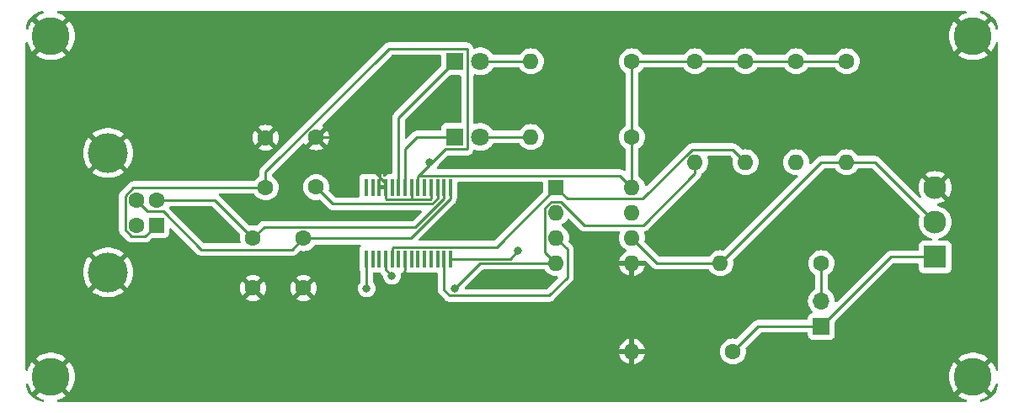
<source format=gbr>
%TF.GenerationSoftware,KiCad,Pcbnew,8.0.0*%
%TF.CreationDate,2024-03-15T14:32:29+09:00*%
%TF.ProjectId,RS485_Converter,52533438-355f-4436-9f6e-766572746572,1.0*%
%TF.SameCoordinates,Original*%
%TF.FileFunction,Copper,L1,Top*%
%TF.FilePolarity,Positive*%
%FSLAX46Y46*%
G04 Gerber Fmt 4.6, Leading zero omitted, Abs format (unit mm)*
G04 Created by KiCad (PCBNEW 8.0.0) date 2024-03-15 14:32:29*
%MOMM*%
%LPD*%
G01*
G04 APERTURE LIST*
%TA.AperFunction,ComponentPad*%
%ADD10C,1.600000*%
%TD*%
%TA.AperFunction,ComponentPad*%
%ADD11O,1.600000X1.600000*%
%TD*%
%TA.AperFunction,ComponentPad*%
%ADD12C,3.800000*%
%TD*%
%TA.AperFunction,ComponentPad*%
%ADD13R,1.800000X1.800000*%
%TD*%
%TA.AperFunction,ComponentPad*%
%ADD14C,1.800000*%
%TD*%
%TA.AperFunction,ComponentPad*%
%ADD15R,1.600000X1.600000*%
%TD*%
%TA.AperFunction,ComponentPad*%
%ADD16C,4.000000*%
%TD*%
%TA.AperFunction,ComponentPad*%
%ADD17R,2.300000X2.300000*%
%TD*%
%TA.AperFunction,ComponentPad*%
%ADD18C,2.300000*%
%TD*%
%TA.AperFunction,ComponentPad*%
%ADD19R,1.700000X1.700000*%
%TD*%
%TA.AperFunction,ComponentPad*%
%ADD20O,1.700000X1.700000*%
%TD*%
%TA.AperFunction,SMDPad,CuDef*%
%ADD21R,0.450000X1.750000*%
%TD*%
%TA.AperFunction,ViaPad*%
%ADD22C,0.800000*%
%TD*%
%TA.AperFunction,Conductor*%
%ADD23C,0.250000*%
%TD*%
G04 APERTURE END LIST*
D10*
%TO.P,C4,1*%
%TO.N,Net-(J1-D-)*%
X115570000Y-100370000D03*
%TO.P,C4,2*%
%TO.N,/GND*%
X115570000Y-105370000D03*
%TD*%
%TO.P,C3,1*%
%TO.N,Net-(J1-D+)*%
X120650000Y-100370000D03*
%TO.P,C3,2*%
%TO.N,/GND*%
X120650000Y-105370000D03*
%TD*%
%TO.P,C2,1*%
%TO.N,Net-(U2-3V3OUT)*%
X121920000Y-95210000D03*
%TO.P,C2,2*%
%TO.N,/GND*%
X121920000Y-90210000D03*
%TD*%
%TO.P,C1,1*%
%TO.N,/5V*%
X116840000Y-95250000D03*
%TO.P,C1,2*%
%TO.N,/GND*%
X116840000Y-90250000D03*
%TD*%
%TO.P,R1,1*%
%TO.N,/5V*%
X165100000Y-82550000D03*
D11*
%TO.P,R1,2*%
%TO.N,Net-(U2-RXD)*%
X165100000Y-92710000D03*
%TD*%
D12*
%TO.P,REF\u002A\u002A,1*%
%TO.N,/GND*%
X187960000Y-80010000D03*
%TD*%
D13*
%TO.P,D1,1,K*%
%TO.N,Net-(D1-K)*%
X135890000Y-82550000D03*
D14*
%TO.P,D1,2,A*%
%TO.N,Net-(D1-A)*%
X138430000Y-82550000D03*
%TD*%
D10*
%TO.P,R8,1*%
%TO.N,Net-(J3-Pin_2)*%
X172720000Y-102870000D03*
D11*
%TO.P,R8,2*%
%TO.N,Net-(J4-Pin_2)*%
X162560000Y-102870000D03*
%TD*%
D15*
%TO.P,U3,1,RO*%
%TO.N,Net-(U2-RXD)*%
X146050000Y-95250000D03*
D11*
%TO.P,U3,2,~{RE}*%
%TO.N,Net-(U2-CBUS3)*%
X146050000Y-97790000D03*
%TO.P,U3,3,DE*%
%TO.N,Net-(U2-CBUS2)*%
X146050000Y-100330000D03*
%TO.P,U3,4,DI*%
%TO.N,Net-(U2-TXD)*%
X146050000Y-102870000D03*
%TO.P,U3,5,GND*%
%TO.N,/GND*%
X153670000Y-102870000D03*
%TO.P,U3,6,A*%
%TO.N,Net-(J4-Pin_2)*%
X153670000Y-100330000D03*
%TO.P,U3,7,B*%
%TO.N,Net-(J3-Pin_1)*%
X153670000Y-97790000D03*
%TO.P,U3,8,VCC*%
%TO.N,/5V*%
X153670000Y-95250000D03*
%TD*%
D15*
%TO.P,J1,1,VBUS*%
%TO.N,/5V*%
X105847500Y-99040000D03*
D10*
%TO.P,J1,2,D-*%
%TO.N,Net-(J1-D-)*%
X105847500Y-96540000D03*
%TO.P,J1,3,D+*%
%TO.N,Net-(J1-D+)*%
X103847500Y-96540000D03*
%TO.P,J1,4,GND*%
%TO.N,/GND*%
X103847500Y-99040000D03*
D16*
%TO.P,J1,5,Shield*%
X100987500Y-103790000D03*
X100987500Y-91790000D03*
%TD*%
D17*
%TO.P,J4,1,Pin_1*%
%TO.N,Net-(J3-Pin_1)*%
X184150000Y-102250000D03*
D18*
%TO.P,J4,2,Pin_2*%
%TO.N,Net-(J4-Pin_2)*%
X184150000Y-98750000D03*
%TO.P,J4,3,Pin_3*%
%TO.N,/GND*%
X184150000Y-95250000D03*
%TD*%
D13*
%TO.P,D2,1,K*%
%TO.N,Net-(D2-K)*%
X135890000Y-90170000D03*
D14*
%TO.P,D2,2,A*%
%TO.N,Net-(D2-A)*%
X138430000Y-90170000D03*
%TD*%
D19*
%TO.P,J3,1,Pin_1*%
%TO.N,Net-(J3-Pin_1)*%
X172720000Y-109220000D03*
D20*
%TO.P,J3,2,Pin_2*%
%TO.N,Net-(J3-Pin_2)*%
X172720000Y-106680000D03*
%TD*%
D10*
%TO.P,R6,1*%
%TO.N,/5V*%
X153670000Y-82550000D03*
D11*
%TO.P,R6,2*%
%TO.N,Net-(D1-A)*%
X143510000Y-82550000D03*
%TD*%
D12*
%TO.P,REF\u002A\u002A,1*%
%TO.N,/GND*%
X95250000Y-80010000D03*
%TD*%
%TO.P,REF\u002A\u002A,1*%
%TO.N,/GND*%
X187960000Y-114300000D03*
%TD*%
%TO.P,REF\u002A\u002A,1*%
%TO.N,/GND*%
X95250000Y-114300000D03*
%TD*%
D10*
%TO.P,R4,1*%
%TO.N,/5V*%
X175260000Y-82550000D03*
D11*
%TO.P,R4,2*%
%TO.N,Net-(J4-Pin_2)*%
X175260000Y-92710000D03*
%TD*%
D10*
%TO.P,R7,1*%
%TO.N,/5V*%
X153670000Y-90170000D03*
D11*
%TO.P,R7,2*%
%TO.N,Net-(D2-A)*%
X143510000Y-90170000D03*
%TD*%
D10*
%TO.P,R2,1*%
%TO.N,/5V*%
X170180000Y-82550000D03*
D11*
%TO.P,R2,2*%
%TO.N,Net-(U2-CBUS3)*%
X170180000Y-92710000D03*
%TD*%
D21*
%TO.P,U2,1,TXD*%
%TO.N,Net-(U2-TXD)*%
X126970000Y-102450000D03*
%TO.P,U2,2,DTR*%
%TO.N,unconnected-(U2-DTR-Pad2)*%
X127620000Y-102450000D03*
%TO.P,U2,3,RTS*%
%TO.N,unconnected-(U2-RTS-Pad3)*%
X128270000Y-102450000D03*
%TO.P,U2,4,VCCIO*%
%TO.N,/5V*%
X128920000Y-102450000D03*
%TO.P,U2,5,RXD*%
%TO.N,Net-(U2-RXD)*%
X129570000Y-102450000D03*
%TO.P,U2,6,RI*%
%TO.N,unconnected-(U2-RI-Pad6)*%
X130220000Y-102450000D03*
%TO.P,U2,7,GND*%
%TO.N,/GND*%
X130870000Y-102450000D03*
%TO.P,U2,8*%
%TO.N,N/C*%
X131520000Y-102450000D03*
%TO.P,U2,9,DCR*%
%TO.N,unconnected-(U2-DCR-Pad9)*%
X132170000Y-102450000D03*
%TO.P,U2,10,DCD*%
%TO.N,unconnected-(U2-DCD-Pad10)*%
X132820000Y-102450000D03*
%TO.P,U2,11,CTS*%
%TO.N,unconnected-(U2-CTS-Pad11)*%
X133470000Y-102450000D03*
%TO.P,U2,12,CBUS4*%
%TO.N,unconnected-(U2-CBUS4-Pad12)*%
X134120000Y-102450000D03*
%TO.P,U2,13,CBUS2*%
%TO.N,Net-(U2-CBUS2)*%
X134770000Y-102450000D03*
%TO.P,U2,14,CBUS3*%
%TO.N,Net-(U2-CBUS3)*%
X135420000Y-102450000D03*
%TO.P,U2,15,USBD+*%
%TO.N,Net-(J1-D+)*%
X135420000Y-95250000D03*
%TO.P,U2,16,USBD-*%
%TO.N,Net-(J1-D-)*%
X134770000Y-95250000D03*
%TO.P,U2,17,3V3OUT*%
%TO.N,Net-(U2-3V3OUT)*%
X134120000Y-95250000D03*
%TO.P,U2,18,GND*%
%TO.N,/GND*%
X133470000Y-95250000D03*
%TO.P,U2,19,~{RESET}*%
%TO.N,unconnected-(U2-~{RESET}-Pad19)*%
X132820000Y-95250000D03*
%TO.P,U2,20,VCC*%
%TO.N,/5V*%
X132170000Y-95250000D03*
%TO.P,U2,21,GND*%
%TO.N,/GND*%
X131520000Y-95250000D03*
%TO.P,U2,22,CBUS1*%
%TO.N,Net-(D2-K)*%
X130870000Y-95250000D03*
%TO.P,U2,23,CBUS0*%
%TO.N,Net-(D1-K)*%
X130220000Y-95250000D03*
%TO.P,U2,24*%
%TO.N,N/C*%
X129570000Y-95250000D03*
%TO.P,U2,25,AGND*%
%TO.N,/GND*%
X128920000Y-95250000D03*
%TO.P,U2,26,TEST*%
X128270000Y-95250000D03*
%TO.P,U2,27,OSCI*%
%TO.N,unconnected-(U2-OSCI-Pad27)*%
X127620000Y-95250000D03*
%TO.P,U2,28,OSCO*%
%TO.N,unconnected-(U2-OSCO-Pad28)*%
X126970000Y-95250000D03*
%TD*%
D10*
%TO.P,R5,1*%
%TO.N,Net-(J3-Pin_1)*%
X163830000Y-111760000D03*
D11*
%TO.P,R5,2*%
%TO.N,/GND*%
X153670000Y-111760000D03*
%TD*%
D10*
%TO.P,R3,1*%
%TO.N,/5V*%
X160020000Y-82550000D03*
D11*
%TO.P,R3,2*%
%TO.N,Net-(U2-TXD)*%
X160020000Y-92710000D03*
%TD*%
D22*
%TO.N,/GND*%
X111760000Y-99060000D03*
X110490000Y-99060000D03*
X110490000Y-97790000D03*
X133350000Y-88900000D03*
X132080000Y-88900000D03*
%TO.N,/5V*%
X129540000Y-104140000D03*
X133350000Y-92710000D03*
%TO.N,/GND*%
X130810000Y-106680000D03*
X139700000Y-99060000D03*
X139700000Y-104140000D03*
X142240000Y-104140000D03*
X139700000Y-96520000D03*
%TO.N,Net-(U2-TXD)*%
X127000000Y-105410000D03*
X135890000Y-105410000D03*
%TO.N,Net-(U2-CBUS3)*%
X142240000Y-101600000D03*
%TD*%
D23*
%TO.N,/GND*%
X128270000Y-95250000D02*
X128920000Y-95250000D01*
X128920000Y-94800000D02*
X124330000Y-90210000D01*
X128920000Y-96375000D02*
X128920000Y-94800000D01*
X124330000Y-90210000D02*
X121920000Y-90210000D01*
%TO.N,/5V*%
X128920000Y-103520000D02*
X128920000Y-102450000D01*
X129540000Y-104140000D02*
X128920000Y-103520000D01*
X133350000Y-92945000D02*
X132170000Y-94125000D01*
X133350000Y-92710000D02*
X133350000Y-92945000D01*
X133585000Y-92710000D02*
X133350000Y-92710000D01*
%TO.N,/GND*%
X130810000Y-103635000D02*
X130810000Y-106680000D01*
X130870000Y-103575000D02*
X130810000Y-103635000D01*
X130870000Y-102450000D02*
X130870000Y-103575000D01*
%TO.N,Net-(U2-3V3OUT)*%
X123610000Y-96900000D02*
X121920000Y-95210000D01*
X133595000Y-96900000D02*
X123610000Y-96900000D01*
X134120000Y-96375000D02*
X133595000Y-96900000D01*
X134120000Y-95250000D02*
X134120000Y-96375000D01*
%TO.N,/5V*%
X134900000Y-91395000D02*
X133585000Y-92710000D01*
X137115000Y-91395000D02*
X134900000Y-91395000D01*
X137115000Y-81325000D02*
X137115000Y-91395000D01*
X137070000Y-81280000D02*
X137115000Y-81325000D01*
X116840000Y-93699009D02*
X129259009Y-81280000D01*
X116840000Y-95250000D02*
X116840000Y-93699009D01*
X129259009Y-81280000D02*
X137070000Y-81280000D01*
X103546509Y-95250000D02*
X116840000Y-95250000D01*
X102722500Y-99505991D02*
X102722500Y-96074009D01*
X103381509Y-100165000D02*
X102722500Y-99505991D01*
X102722500Y-96074009D02*
X103546509Y-95250000D01*
X105847500Y-99040000D02*
X104722500Y-100165000D01*
X104722500Y-100165000D02*
X103381509Y-100165000D01*
X132245000Y-94050000D02*
X132170000Y-94125000D01*
X152470000Y-94050000D02*
X132245000Y-94050000D01*
X132170000Y-94125000D02*
X132170000Y-95250000D01*
%TO.N,Net-(J1-D-)*%
X115570000Y-100370000D02*
X111740000Y-96540000D01*
X111740000Y-96540000D02*
X105847500Y-96540000D01*
%TO.N,Net-(J1-D+)*%
X104972500Y-97665000D02*
X103847500Y-96540000D01*
X110385000Y-101495000D02*
X106555000Y-97665000D01*
X106555000Y-97665000D02*
X104972500Y-97665000D01*
X119525000Y-101495000D02*
X110385000Y-101495000D01*
X120650000Y-100370000D02*
X119525000Y-101495000D01*
%TO.N,Net-(J1-D-)*%
X134770000Y-96375000D02*
X131900000Y-99245000D01*
X131900000Y-99245000D02*
X116695000Y-99245000D01*
X134770000Y-95250000D02*
X134770000Y-96375000D01*
X116695000Y-99245000D02*
X115570000Y-100370000D01*
%TO.N,Net-(J1-D+)*%
X131411396Y-100370000D02*
X135420000Y-96361396D01*
X120650000Y-100370000D02*
X131411396Y-100370000D01*
X135420000Y-96361396D02*
X135420000Y-95250000D01*
%TO.N,/5V*%
X153670000Y-90170000D02*
X153670000Y-95250000D01*
X153670000Y-82550000D02*
X153670000Y-90170000D01*
X152470000Y-94050000D02*
X153670000Y-95250000D01*
X160020000Y-82550000D02*
X175260000Y-82550000D01*
X160020000Y-82550000D02*
X153670000Y-82550000D01*
%TO.N,/GND*%
X128920000Y-96375000D02*
X128995000Y-96450000D01*
X131520000Y-96375000D02*
X131520000Y-95250000D01*
X128920000Y-95250000D02*
X128920000Y-96375000D01*
X133470000Y-95250000D02*
X133470000Y-96388604D01*
X128995000Y-96450000D02*
X131595000Y-96450000D01*
X133470000Y-96388604D02*
X133408604Y-96450000D01*
X131595000Y-96450000D02*
X131520000Y-96375000D01*
X133408604Y-96450000D02*
X131595000Y-96450000D01*
%TO.N,Net-(D1-K)*%
X130220000Y-88220000D02*
X135890000Y-82550000D01*
X130220000Y-95250000D02*
X130220000Y-88220000D01*
%TO.N,Net-(D1-A)*%
X138430000Y-82550000D02*
X143510000Y-82550000D01*
%TO.N,Net-(D2-K)*%
X130870000Y-91380000D02*
X130870000Y-95250000D01*
X132080000Y-90170000D02*
X130870000Y-91380000D01*
X135890000Y-90170000D02*
X132080000Y-90170000D01*
%TO.N,Net-(D2-A)*%
X143510000Y-90170000D02*
X138430000Y-90170000D01*
%TO.N,Net-(J3-Pin_1)*%
X184150000Y-102250000D02*
X179690000Y-102250000D01*
X172720000Y-109220000D02*
X166370000Y-109220000D01*
X179690000Y-102250000D02*
X172720000Y-109220000D01*
X166370000Y-109220000D02*
X163830000Y-111760000D01*
%TO.N,Net-(J4-Pin_2)*%
X184150000Y-97790000D02*
X184150000Y-98750000D01*
X156210000Y-102870000D02*
X153670000Y-100330000D01*
X175260000Y-92710000D02*
X178110000Y-92710000D01*
X172720000Y-92710000D02*
X162560000Y-102870000D01*
X178110000Y-92710000D02*
X184150000Y-98750000D01*
X175260000Y-92710000D02*
X172720000Y-92710000D01*
X162560000Y-102870000D02*
X156210000Y-102870000D01*
%TO.N,Net-(U2-RXD)*%
X129670000Y-101250000D02*
X129570000Y-101350000D01*
X163830000Y-91440000D02*
X165100000Y-92710000D01*
X154764009Y-96375000D02*
X159699009Y-91440000D01*
X146050000Y-95250000D02*
X140050000Y-101250000D01*
X140050000Y-101250000D02*
X129670000Y-101250000D01*
X159699009Y-91440000D02*
X163830000Y-91440000D01*
X147175000Y-96375000D02*
X154764009Y-96375000D01*
X129570000Y-101350000D02*
X129570000Y-102450000D01*
X146050000Y-95250000D02*
X147175000Y-96375000D01*
%TO.N,Net-(U2-TXD)*%
X146515991Y-96665000D02*
X145584009Y-96665000D01*
X144925000Y-101745000D02*
X146050000Y-102870000D01*
X145584009Y-96665000D02*
X144925000Y-97324009D01*
X160020000Y-92710000D02*
X160020000Y-93841370D01*
X126970000Y-102450000D02*
X127000000Y-105410000D01*
X154801370Y-99060000D02*
X148910991Y-99060000D01*
X148910991Y-99060000D02*
X146515991Y-96665000D01*
X160020000Y-93841370D02*
X154801370Y-99060000D01*
X127000000Y-105410000D02*
X126970000Y-105380000D01*
X144925000Y-97324009D02*
X144925000Y-101745000D01*
X138430000Y-102870000D02*
X135890000Y-105410000D01*
X146050000Y-102870000D02*
X138430000Y-102870000D01*
%TO.N,Net-(U2-CBUS3)*%
X141420000Y-102420000D02*
X142240000Y-101600000D01*
X135420000Y-102450000D02*
X135450000Y-102420000D01*
X135450000Y-102420000D02*
X141420000Y-102420000D01*
%TO.N,Net-(U2-CBUS2)*%
X135345000Y-106135000D02*
X134770000Y-105560000D01*
X147175000Y-101455000D02*
X147175000Y-104285000D01*
X134770000Y-105560000D02*
X134770000Y-102450000D01*
X146050000Y-100330000D02*
X147175000Y-101455000D01*
X147175000Y-104285000D02*
X145325000Y-106135000D01*
X145325000Y-106135000D02*
X135345000Y-106135000D01*
%TO.N,Net-(J3-Pin_2)*%
X172720000Y-106680000D02*
X172720000Y-102870000D01*
%TD*%
%TA.AperFunction,Conductor*%
%TO.N,/GND*%
G36*
X144902851Y-103515185D02*
G01*
X144937387Y-103548377D01*
X145049954Y-103709141D01*
X145210858Y-103870045D01*
X145225944Y-103880608D01*
X145397266Y-104000568D01*
X145603504Y-104096739D01*
X145823308Y-104155635D01*
X145985230Y-104169801D01*
X146049998Y-104175468D01*
X146049999Y-104175468D01*
X146049999Y-104175467D01*
X146050000Y-104175468D01*
X146094102Y-104171609D01*
X146162600Y-104185375D01*
X146212784Y-104233989D01*
X146228718Y-104302018D01*
X146205344Y-104367862D01*
X146192590Y-104382818D01*
X145102229Y-105473181D01*
X145040906Y-105506666D01*
X145014548Y-105509500D01*
X136974452Y-105509500D01*
X136907413Y-105489815D01*
X136861658Y-105437011D01*
X136851714Y-105367853D01*
X136880739Y-105304297D01*
X136886771Y-105297819D01*
X138652772Y-103531819D01*
X138714095Y-103498334D01*
X138740453Y-103495500D01*
X144835812Y-103495500D01*
X144902851Y-103515185D01*
G37*
%TD.AperFunction*%
%TA.AperFunction,Conductor*%
G36*
X111496587Y-97185185D02*
G01*
X111517229Y-97201819D01*
X114270586Y-99955176D01*
X114304071Y-100016499D01*
X114302681Y-100074948D01*
X114284365Y-100143307D01*
X114284364Y-100143313D01*
X114264532Y-100369999D01*
X114264532Y-100370001D01*
X114284364Y-100596686D01*
X114284366Y-100596697D01*
X114315638Y-100713407D01*
X114313975Y-100783257D01*
X114274812Y-100841119D01*
X114210583Y-100868623D01*
X114195863Y-100869500D01*
X110695452Y-100869500D01*
X110628413Y-100849815D01*
X110607771Y-100833181D01*
X107151771Y-97377181D01*
X107118286Y-97315858D01*
X107123270Y-97246166D01*
X107165142Y-97190233D01*
X107230606Y-97165816D01*
X107239452Y-97165500D01*
X111429548Y-97165500D01*
X111496587Y-97185185D01*
G37*
%TD.AperFunction*%
%TA.AperFunction,Conductor*%
G36*
X144692539Y-94695185D02*
G01*
X144738294Y-94747989D01*
X144749500Y-94799500D01*
X144749500Y-95614546D01*
X144729815Y-95681585D01*
X144713181Y-95702227D01*
X143486098Y-96929311D01*
X141040498Y-99374912D01*
X139827229Y-100588181D01*
X139765906Y-100621666D01*
X139739548Y-100624500D01*
X132340848Y-100624500D01*
X132273809Y-100604815D01*
X132228054Y-100552011D01*
X132218110Y-100482853D01*
X132247135Y-100419297D01*
X132253167Y-100412819D01*
X133126486Y-99539500D01*
X135818729Y-96847256D01*
X135818733Y-96847254D01*
X135905858Y-96760129D01*
X135947031Y-96698509D01*
X135974312Y-96657682D01*
X136016650Y-96555468D01*
X136021463Y-96543848D01*
X136039424Y-96453543D01*
X136061773Y-96403427D01*
X136088796Y-96367331D01*
X136139091Y-96232483D01*
X136145500Y-96172873D01*
X136145499Y-94799499D01*
X136165184Y-94732461D01*
X136217987Y-94686706D01*
X136269499Y-94675500D01*
X144625500Y-94675500D01*
X144692539Y-94695185D01*
G37*
%TD.AperFunction*%
%TA.AperFunction,Conductor*%
G36*
X134432539Y-81925185D02*
G01*
X134478294Y-81977989D01*
X134489500Y-82029500D01*
X134489500Y-83014547D01*
X134469815Y-83081586D01*
X134453181Y-83102228D01*
X129734144Y-87821264D01*
X129734138Y-87821272D01*
X129665692Y-87923705D01*
X129665684Y-87923719D01*
X129632347Y-88004207D01*
X129626823Y-88017543D01*
X129618537Y-88037545D01*
X129618535Y-88037553D01*
X129594500Y-88158389D01*
X129594500Y-93750500D01*
X129574815Y-93817539D01*
X129522011Y-93863294D01*
X129470501Y-93874500D01*
X129297132Y-93874500D01*
X129297117Y-93874501D01*
X129255904Y-93878931D01*
X129229402Y-93878931D01*
X129192834Y-93875000D01*
X129145000Y-93875000D01*
X129129388Y-93890611D01*
X129125315Y-93904485D01*
X129095313Y-93936710D01*
X128987454Y-94017454D01*
X128987453Y-94017455D01*
X128987452Y-94017456D01*
X128918266Y-94109876D01*
X128862332Y-94151747D01*
X128792641Y-94156731D01*
X128731318Y-94123245D01*
X128697834Y-94061922D01*
X128695000Y-94035565D01*
X128695000Y-93875000D01*
X128647164Y-93875000D01*
X128608252Y-93879183D01*
X128581748Y-93879183D01*
X128542835Y-93875000D01*
X128495000Y-93875000D01*
X128495000Y-94035565D01*
X128475315Y-94102604D01*
X128422511Y-94148359D01*
X128353353Y-94158303D01*
X128289797Y-94129278D01*
X128271734Y-94109876D01*
X128216104Y-94035565D01*
X128202546Y-94017454D01*
X128094687Y-93936711D01*
X128058888Y-93888888D01*
X128045000Y-93875000D01*
X127997165Y-93875000D01*
X127960598Y-93878931D01*
X127934092Y-93878931D01*
X127892873Y-93874500D01*
X127347130Y-93874500D01*
X127347119Y-93874501D01*
X127308253Y-93878679D01*
X127281748Y-93878679D01*
X127242874Y-93874500D01*
X126697129Y-93874500D01*
X126697123Y-93874501D01*
X126637516Y-93880908D01*
X126502671Y-93931202D01*
X126502664Y-93931206D01*
X126387455Y-94017452D01*
X126387452Y-94017455D01*
X126301206Y-94132664D01*
X126301202Y-94132671D01*
X126250908Y-94267517D01*
X126244501Y-94327116D01*
X126244500Y-94327127D01*
X126244500Y-95249999D01*
X126244501Y-96150500D01*
X126224816Y-96217539D01*
X126172013Y-96263294D01*
X126120501Y-96274500D01*
X123920452Y-96274500D01*
X123853413Y-96254815D01*
X123832771Y-96238181D01*
X123219412Y-95624822D01*
X123185927Y-95563499D01*
X123187318Y-95505048D01*
X123205635Y-95436692D01*
X123225468Y-95210000D01*
X123205635Y-94983308D01*
X123148448Y-94769881D01*
X123146741Y-94763511D01*
X123146738Y-94763502D01*
X123139504Y-94747989D01*
X123050568Y-94557266D01*
X122920047Y-94370861D01*
X122920045Y-94370858D01*
X122759141Y-94209954D01*
X122572734Y-94079432D01*
X122572732Y-94079431D01*
X122366497Y-93983261D01*
X122366488Y-93983258D01*
X122146697Y-93924366D01*
X122146693Y-93924365D01*
X122146692Y-93924365D01*
X122146691Y-93924364D01*
X122146686Y-93924364D01*
X121920002Y-93904532D01*
X121919998Y-93904532D01*
X121693313Y-93924364D01*
X121693302Y-93924366D01*
X121473511Y-93983258D01*
X121473502Y-93983261D01*
X121267267Y-94079431D01*
X121267265Y-94079432D01*
X121080858Y-94209954D01*
X120919954Y-94370858D01*
X120789432Y-94557265D01*
X120789431Y-94557267D01*
X120693261Y-94763502D01*
X120693258Y-94763511D01*
X120634366Y-94983302D01*
X120634364Y-94983313D01*
X120614532Y-95209998D01*
X120614532Y-95210001D01*
X120634364Y-95436686D01*
X120634366Y-95436697D01*
X120693258Y-95656488D01*
X120693261Y-95656497D01*
X120789431Y-95862732D01*
X120789432Y-95862734D01*
X120919954Y-96049141D01*
X121080858Y-96210045D01*
X121080861Y-96210047D01*
X121267266Y-96340568D01*
X121473504Y-96436739D01*
X121693308Y-96495635D01*
X121850780Y-96509412D01*
X121919998Y-96515468D01*
X121920000Y-96515468D01*
X121920002Y-96515468D01*
X121989220Y-96509412D01*
X122146692Y-96495635D01*
X122215048Y-96477319D01*
X122284896Y-96478980D01*
X122334822Y-96509412D01*
X123121016Y-97295606D01*
X123121045Y-97295637D01*
X123211264Y-97385856D01*
X123211267Y-97385858D01*
X123288190Y-97437256D01*
X123313710Y-97454309D01*
X123313713Y-97454311D01*
X123313715Y-97454312D01*
X123370931Y-97478011D01*
X123370932Y-97478012D01*
X123370933Y-97478012D01*
X123427548Y-97501463D01*
X123487971Y-97513481D01*
X123548393Y-97525500D01*
X123548394Y-97525500D01*
X132435548Y-97525500D01*
X132502587Y-97545185D01*
X132548342Y-97597989D01*
X132558286Y-97667147D01*
X132529261Y-97730703D01*
X132523229Y-97737181D01*
X131677229Y-98583181D01*
X131615906Y-98616666D01*
X131589548Y-98619500D01*
X116756606Y-98619500D01*
X116633393Y-98619500D01*
X116584934Y-98629139D01*
X116584933Y-98629138D01*
X116512555Y-98643535D01*
X116512545Y-98643538D01*
X116398716Y-98690687D01*
X116398707Y-98690692D01*
X116296268Y-98759140D01*
X116265364Y-98790045D01*
X116209142Y-98846267D01*
X116209139Y-98846270D01*
X115984822Y-99070586D01*
X115923499Y-99104071D01*
X115865049Y-99102680D01*
X115796699Y-99084367D01*
X115796702Y-99084367D01*
X115796692Y-99084365D01*
X115796689Y-99084364D01*
X115796686Y-99084364D01*
X115570001Y-99064532D01*
X115569999Y-99064532D01*
X115343313Y-99084364D01*
X115343307Y-99084365D01*
X115274948Y-99102681D01*
X115205098Y-99101016D01*
X115155176Y-99070586D01*
X112230198Y-96145608D01*
X112230178Y-96145586D01*
X112171773Y-96087181D01*
X112138288Y-96025858D01*
X112143272Y-95956166D01*
X112185144Y-95900233D01*
X112250608Y-95875816D01*
X112259454Y-95875500D01*
X115625812Y-95875500D01*
X115692851Y-95895185D01*
X115727387Y-95928377D01*
X115839954Y-96089141D01*
X116000858Y-96250045D01*
X116000861Y-96250047D01*
X116187266Y-96380568D01*
X116393504Y-96476739D01*
X116393509Y-96476740D01*
X116393511Y-96476741D01*
X116446415Y-96490916D01*
X116613308Y-96535635D01*
X116775230Y-96549801D01*
X116839998Y-96555468D01*
X116840000Y-96555468D01*
X116840002Y-96555468D01*
X116896673Y-96550509D01*
X117066692Y-96535635D01*
X117286496Y-96476739D01*
X117492734Y-96380568D01*
X117679139Y-96250047D01*
X117840047Y-96089139D01*
X117970568Y-95902734D01*
X118066739Y-95696496D01*
X118125635Y-95476692D01*
X118145468Y-95250000D01*
X118141968Y-95210000D01*
X118125635Y-95023313D01*
X118125635Y-95023308D01*
X118066739Y-94803504D01*
X117970568Y-94597266D01*
X117840047Y-94410861D01*
X117840045Y-94410858D01*
X117679140Y-94249953D01*
X117518377Y-94137386D01*
X117474752Y-94082809D01*
X117465500Y-94035811D01*
X117465500Y-94009460D01*
X117485185Y-93942421D01*
X117501814Y-93921784D01*
X120591902Y-90831696D01*
X120653221Y-90798214D01*
X120722913Y-90803198D01*
X120778846Y-90845070D01*
X120786643Y-90858095D01*
X120787161Y-90857797D01*
X120789865Y-90862481D01*
X120840974Y-90935472D01*
X121520000Y-90256446D01*
X121520000Y-90262661D01*
X121547259Y-90364394D01*
X121599920Y-90455606D01*
X121674394Y-90530080D01*
X121765606Y-90582741D01*
X121867339Y-90610000D01*
X121873553Y-90610000D01*
X121194526Y-91289025D01*
X121267513Y-91340132D01*
X121267521Y-91340136D01*
X121473668Y-91436264D01*
X121473682Y-91436269D01*
X121693389Y-91495139D01*
X121693400Y-91495141D01*
X121919998Y-91514966D01*
X121920002Y-91514966D01*
X122146599Y-91495141D01*
X122146610Y-91495139D01*
X122366317Y-91436269D01*
X122366331Y-91436264D01*
X122572478Y-91340136D01*
X122645471Y-91289024D01*
X121966447Y-90610000D01*
X121972661Y-90610000D01*
X122074394Y-90582741D01*
X122165606Y-90530080D01*
X122240080Y-90455606D01*
X122292741Y-90364394D01*
X122320000Y-90262661D01*
X122320000Y-90256447D01*
X122999024Y-90935471D01*
X123050136Y-90862478D01*
X123146264Y-90656331D01*
X123146269Y-90656317D01*
X123205139Y-90436610D01*
X123205141Y-90436599D01*
X123224966Y-90210002D01*
X123224966Y-90209997D01*
X123205141Y-89983400D01*
X123205139Y-89983389D01*
X123146269Y-89763682D01*
X123146264Y-89763668D01*
X123050136Y-89557521D01*
X123050132Y-89557513D01*
X122999025Y-89484526D01*
X122320000Y-90163551D01*
X122320000Y-90157339D01*
X122292741Y-90055606D01*
X122240080Y-89964394D01*
X122165606Y-89889920D01*
X122074394Y-89837259D01*
X121972661Y-89810000D01*
X121966446Y-89810000D01*
X122645472Y-89130974D01*
X122572481Y-89079865D01*
X122567797Y-89077161D01*
X122569054Y-89074983D01*
X122524543Y-89035799D01*
X122505384Y-88968608D01*
X122525593Y-88901725D01*
X122541690Y-88881908D01*
X129481780Y-81941819D01*
X129543103Y-81908334D01*
X129569461Y-81905500D01*
X134365500Y-81905500D01*
X134432539Y-81925185D01*
G37*
%TD.AperFunction*%
%TA.AperFunction,Conductor*%
G36*
X128787540Y-95044685D02*
G01*
X128833295Y-95097489D01*
X128844500Y-95148997D01*
X128844501Y-95250000D01*
X128844501Y-95351000D01*
X128824816Y-95418039D01*
X128772012Y-95463794D01*
X128720501Y-95475000D01*
X128469500Y-95475000D01*
X128402461Y-95455315D01*
X128356706Y-95402511D01*
X128345500Y-95351000D01*
X128345500Y-95149000D01*
X128365185Y-95081961D01*
X128417989Y-95036206D01*
X128469500Y-95025000D01*
X128720501Y-95025000D01*
X128787540Y-95044685D01*
G37*
%TD.AperFunction*%
%TA.AperFunction,Conductor*%
G36*
X136432539Y-83970184D02*
G01*
X136478294Y-84022988D01*
X136489500Y-84074499D01*
X136489500Y-88645500D01*
X136469815Y-88712539D01*
X136417011Y-88758294D01*
X136365500Y-88769500D01*
X134942129Y-88769500D01*
X134942123Y-88769501D01*
X134882516Y-88775908D01*
X134747671Y-88826202D01*
X134747664Y-88826206D01*
X134632455Y-88912452D01*
X134632452Y-88912455D01*
X134546206Y-89027664D01*
X134546202Y-89027671D01*
X134495908Y-89162517D01*
X134489501Y-89222116D01*
X134489500Y-89222135D01*
X134489500Y-89420500D01*
X134469815Y-89487539D01*
X134417011Y-89533294D01*
X134365500Y-89544500D01*
X132018388Y-89544500D01*
X131897555Y-89568535D01*
X131897547Y-89568537D01*
X131783716Y-89615687D01*
X131681265Y-89684142D01*
X131681262Y-89684145D01*
X131057181Y-90308227D01*
X130995858Y-90341712D01*
X130926166Y-90336728D01*
X130870233Y-90294856D01*
X130845816Y-90229392D01*
X130845500Y-90220546D01*
X130845500Y-88530451D01*
X130865185Y-88463412D01*
X130881814Y-88442775D01*
X135337771Y-83986817D01*
X135399094Y-83953333D01*
X135425452Y-83950499D01*
X136365500Y-83950499D01*
X136432539Y-83970184D01*
G37*
%TD.AperFunction*%
%TA.AperFunction,Conductor*%
G36*
X187287555Y-77489685D02*
G01*
X187333310Y-77542489D01*
X187343254Y-77611647D01*
X187314229Y-77675203D01*
X187255451Y-77712977D01*
X187251353Y-77714104D01*
X187216892Y-77722951D01*
X187216889Y-77722952D01*
X186936117Y-77834117D01*
X186936109Y-77834121D01*
X186671476Y-77979604D01*
X186671471Y-77979607D01*
X186446565Y-78143010D01*
X186446564Y-78143011D01*
X187377262Y-79073709D01*
X187243398Y-79170967D01*
X187120967Y-79293398D01*
X187023709Y-79427262D01*
X186095311Y-78498864D01*
X186014520Y-78596525D01*
X186014518Y-78596528D01*
X185852707Y-78851502D01*
X185852704Y-78851508D01*
X185724127Y-79124747D01*
X185724125Y-79124752D01*
X185630805Y-79411959D01*
X185574216Y-79708609D01*
X185574215Y-79708616D01*
X185555255Y-80009994D01*
X185555255Y-80010005D01*
X185574215Y-80311383D01*
X185574216Y-80311390D01*
X185630805Y-80608040D01*
X185724125Y-80895247D01*
X185724127Y-80895252D01*
X185852704Y-81168491D01*
X185852707Y-81168497D01*
X186014516Y-81423469D01*
X186095311Y-81521133D01*
X187023708Y-80592736D01*
X187120967Y-80726602D01*
X187243398Y-80849033D01*
X187377262Y-80946290D01*
X186446564Y-81876987D01*
X186446565Y-81876989D01*
X186671461Y-82040385D01*
X186671479Y-82040397D01*
X186936109Y-82185878D01*
X186936117Y-82185882D01*
X187216889Y-82297047D01*
X187216892Y-82297048D01*
X187509399Y-82372150D01*
X187808995Y-82409999D01*
X187809007Y-82410000D01*
X188110993Y-82410000D01*
X188111004Y-82409999D01*
X188410600Y-82372150D01*
X188703107Y-82297048D01*
X188703110Y-82297047D01*
X188983882Y-82185882D01*
X188983890Y-82185878D01*
X189248520Y-82040397D01*
X189248530Y-82040390D01*
X189473433Y-81876987D01*
X189473434Y-81876987D01*
X188542737Y-80946290D01*
X188676602Y-80849033D01*
X188799033Y-80726602D01*
X188896290Y-80592737D01*
X189824687Y-81521134D01*
X189905486Y-81423464D01*
X190067292Y-81168497D01*
X190067295Y-81168491D01*
X190195872Y-80895252D01*
X190195874Y-80895247D01*
X190258069Y-80703834D01*
X190297507Y-80646158D01*
X190361865Y-80618960D01*
X190430712Y-80630875D01*
X190482187Y-80678119D01*
X190500000Y-80742152D01*
X190500000Y-113567847D01*
X190480315Y-113634886D01*
X190427511Y-113680641D01*
X190358353Y-113690585D01*
X190294797Y-113661560D01*
X190258069Y-113606165D01*
X190195874Y-113414752D01*
X190195872Y-113414747D01*
X190067295Y-113141508D01*
X190067292Y-113141502D01*
X189905483Y-112886530D01*
X189824686Y-112788864D01*
X188896289Y-113717261D01*
X188799033Y-113583398D01*
X188676602Y-113460967D01*
X188542736Y-113363709D01*
X189473434Y-112433011D01*
X189473433Y-112433009D01*
X189248538Y-112269614D01*
X189248520Y-112269602D01*
X188983890Y-112124121D01*
X188983882Y-112124117D01*
X188703110Y-112012952D01*
X188703107Y-112012951D01*
X188410600Y-111937849D01*
X188111004Y-111900000D01*
X187808995Y-111900000D01*
X187509399Y-111937849D01*
X187216892Y-112012951D01*
X187216889Y-112012952D01*
X186936117Y-112124117D01*
X186936109Y-112124121D01*
X186671476Y-112269604D01*
X186671471Y-112269607D01*
X186446565Y-112433010D01*
X186446564Y-112433011D01*
X187377262Y-113363709D01*
X187243398Y-113460967D01*
X187120967Y-113583398D01*
X187023709Y-113717262D01*
X186095311Y-112788864D01*
X186014520Y-112886525D01*
X186014518Y-112886528D01*
X185852707Y-113141502D01*
X185852704Y-113141508D01*
X185724127Y-113414747D01*
X185724125Y-113414752D01*
X185630805Y-113701959D01*
X185574216Y-113998609D01*
X185574215Y-113998616D01*
X185555255Y-114299994D01*
X185555255Y-114300005D01*
X185574215Y-114601383D01*
X185574216Y-114601390D01*
X185630805Y-114898040D01*
X185724125Y-115185247D01*
X185724127Y-115185252D01*
X185852704Y-115458491D01*
X185852707Y-115458497D01*
X186014516Y-115713469D01*
X186095311Y-115811133D01*
X187023708Y-114882736D01*
X187120967Y-115016602D01*
X187243398Y-115139033D01*
X187377262Y-115236290D01*
X186446564Y-116166987D01*
X186446565Y-116166989D01*
X186671461Y-116330385D01*
X186671479Y-116330397D01*
X186936109Y-116475878D01*
X186936117Y-116475882D01*
X187216889Y-116587047D01*
X187216892Y-116587048D01*
X187251353Y-116595896D01*
X187311391Y-116631634D01*
X187342577Y-116694157D01*
X187335009Y-116763616D01*
X187291091Y-116817957D01*
X187224765Y-116839927D01*
X187220516Y-116840000D01*
X95989484Y-116840000D01*
X95922445Y-116820315D01*
X95876690Y-116767511D01*
X95866746Y-116698353D01*
X95895771Y-116634797D01*
X95954549Y-116597023D01*
X95958647Y-116595896D01*
X95993107Y-116587048D01*
X95993110Y-116587047D01*
X96273882Y-116475882D01*
X96273890Y-116475878D01*
X96538520Y-116330397D01*
X96538530Y-116330390D01*
X96763433Y-116166987D01*
X96763434Y-116166987D01*
X95832737Y-115236290D01*
X95966602Y-115139033D01*
X96089033Y-115016602D01*
X96186290Y-114882737D01*
X97114687Y-115811134D01*
X97195486Y-115713464D01*
X97357292Y-115458497D01*
X97357295Y-115458491D01*
X97485872Y-115185252D01*
X97485874Y-115185247D01*
X97579194Y-114898040D01*
X97635783Y-114601390D01*
X97635784Y-114601383D01*
X97654745Y-114300005D01*
X97654745Y-114299994D01*
X97635784Y-113998616D01*
X97635783Y-113998609D01*
X97579194Y-113701959D01*
X97485874Y-113414752D01*
X97485872Y-113414747D01*
X97357295Y-113141508D01*
X97357292Y-113141502D01*
X97195483Y-112886530D01*
X97114686Y-112788864D01*
X96186289Y-113717261D01*
X96089033Y-113583398D01*
X95966602Y-113460967D01*
X95832736Y-113363709D01*
X96763434Y-112433011D01*
X96763433Y-112433009D01*
X96538538Y-112269614D01*
X96538520Y-112269602D01*
X96273890Y-112124121D01*
X96273882Y-112124117D01*
X95993110Y-112012952D01*
X95993107Y-112012951D01*
X95700600Y-111937849D01*
X95401004Y-111900000D01*
X95098995Y-111900000D01*
X94799399Y-111937849D01*
X94506892Y-112012951D01*
X94506889Y-112012952D01*
X94226117Y-112124117D01*
X94226109Y-112124121D01*
X93961476Y-112269604D01*
X93961471Y-112269607D01*
X93736565Y-112433010D01*
X93736564Y-112433011D01*
X94667262Y-113363709D01*
X94533398Y-113460967D01*
X94410967Y-113583398D01*
X94313709Y-113717262D01*
X93385311Y-112788864D01*
X93304520Y-112886525D01*
X93304518Y-112886528D01*
X93142707Y-113141502D01*
X93142704Y-113141508D01*
X93014127Y-113414747D01*
X93014125Y-113414752D01*
X92951931Y-113606165D01*
X92912493Y-113663841D01*
X92848135Y-113691039D01*
X92779288Y-113679124D01*
X92727813Y-113631880D01*
X92710000Y-113567847D01*
X92710000Y-111509999D01*
X152391127Y-111509999D01*
X152391128Y-111510000D01*
X153354314Y-111510000D01*
X153349920Y-111514394D01*
X153297259Y-111605606D01*
X153270000Y-111707339D01*
X153270000Y-111812661D01*
X153297259Y-111914394D01*
X153349920Y-112005606D01*
X153354314Y-112010000D01*
X152391128Y-112010000D01*
X152443730Y-112206317D01*
X152443734Y-112206326D01*
X152539865Y-112412482D01*
X152670342Y-112598820D01*
X152831179Y-112759657D01*
X153017517Y-112890134D01*
X153223673Y-112986265D01*
X153223682Y-112986269D01*
X153419999Y-113038872D01*
X153420000Y-113038871D01*
X153420000Y-112075686D01*
X153424394Y-112080080D01*
X153515606Y-112132741D01*
X153617339Y-112160000D01*
X153722661Y-112160000D01*
X153824394Y-112132741D01*
X153915606Y-112080080D01*
X153920000Y-112075686D01*
X153920000Y-113038872D01*
X154116317Y-112986269D01*
X154116326Y-112986265D01*
X154322482Y-112890134D01*
X154508820Y-112759657D01*
X154669657Y-112598820D01*
X154800134Y-112412482D01*
X154896265Y-112206326D01*
X154896269Y-112206317D01*
X154948872Y-112010000D01*
X153985686Y-112010000D01*
X153990080Y-112005606D01*
X154042741Y-111914394D01*
X154070000Y-111812661D01*
X154070000Y-111707339D01*
X154042741Y-111605606D01*
X153990080Y-111514394D01*
X153985686Y-111510000D01*
X154948872Y-111510000D01*
X154948872Y-111509999D01*
X154896269Y-111313682D01*
X154896265Y-111313673D01*
X154800134Y-111107517D01*
X154669657Y-110921179D01*
X154508820Y-110760342D01*
X154322482Y-110629865D01*
X154116328Y-110533734D01*
X153920000Y-110481127D01*
X153920000Y-111444314D01*
X153915606Y-111439920D01*
X153824394Y-111387259D01*
X153722661Y-111360000D01*
X153617339Y-111360000D01*
X153515606Y-111387259D01*
X153424394Y-111439920D01*
X153420000Y-111444314D01*
X153420000Y-110481127D01*
X153223671Y-110533734D01*
X153017517Y-110629865D01*
X152831179Y-110760342D01*
X152670342Y-110921179D01*
X152539865Y-111107517D01*
X152443734Y-111313673D01*
X152443730Y-111313682D01*
X152391127Y-111509999D01*
X92710000Y-111509999D01*
X92710000Y-103790005D01*
X98482557Y-103790005D01*
X98502307Y-104103942D01*
X98502308Y-104103949D01*
X98561255Y-104412958D01*
X98658463Y-104712132D01*
X98658465Y-104712137D01*
X98792400Y-104996761D01*
X98792403Y-104996767D01*
X98960957Y-105262367D01*
X98960960Y-105262371D01*
X99051786Y-105372160D01*
X100015413Y-104408533D01*
X100110329Y-104539175D01*
X100238325Y-104667171D01*
X100368965Y-104762086D01*
X99402471Y-105728579D01*
X99402472Y-105728581D01*
X99645272Y-105904985D01*
X99645290Y-105904996D01*
X99920947Y-106056540D01*
X99920955Y-106056544D01*
X100213426Y-106172340D01*
X100518120Y-106250573D01*
X100518129Y-106250575D01*
X100830201Y-106289999D01*
X100830215Y-106290000D01*
X101144785Y-106290000D01*
X101144798Y-106289999D01*
X101456870Y-106250575D01*
X101456879Y-106250573D01*
X101761573Y-106172340D01*
X102054044Y-106056544D01*
X102054052Y-106056540D01*
X102329709Y-105904996D01*
X102329719Y-105904990D01*
X102572526Y-105728579D01*
X102572527Y-105728579D01*
X101606033Y-104762086D01*
X101736675Y-104667171D01*
X101864671Y-104539175D01*
X101959586Y-104408534D01*
X102923212Y-105372160D01*
X102924997Y-105370002D01*
X114265034Y-105370002D01*
X114284858Y-105596599D01*
X114284860Y-105596610D01*
X114343730Y-105816317D01*
X114343735Y-105816331D01*
X114439863Y-106022478D01*
X114490974Y-106095472D01*
X115170000Y-105416446D01*
X115170000Y-105422661D01*
X115197259Y-105524394D01*
X115249920Y-105615606D01*
X115324394Y-105690080D01*
X115415606Y-105742741D01*
X115517339Y-105770000D01*
X115523553Y-105770000D01*
X114844526Y-106449025D01*
X114917513Y-106500132D01*
X114917521Y-106500136D01*
X115123668Y-106596264D01*
X115123682Y-106596269D01*
X115343389Y-106655139D01*
X115343400Y-106655141D01*
X115569998Y-106674966D01*
X115570002Y-106674966D01*
X115796599Y-106655141D01*
X115796610Y-106655139D01*
X116016317Y-106596269D01*
X116016331Y-106596264D01*
X116222478Y-106500136D01*
X116295471Y-106449024D01*
X115616447Y-105770000D01*
X115622661Y-105770000D01*
X115724394Y-105742741D01*
X115815606Y-105690080D01*
X115890080Y-105615606D01*
X115942741Y-105524394D01*
X115970000Y-105422661D01*
X115970000Y-105416447D01*
X116649024Y-106095471D01*
X116700136Y-106022478D01*
X116796264Y-105816331D01*
X116796269Y-105816317D01*
X116855139Y-105596610D01*
X116855141Y-105596599D01*
X116874966Y-105370002D01*
X119345034Y-105370002D01*
X119364858Y-105596599D01*
X119364860Y-105596610D01*
X119423730Y-105816317D01*
X119423735Y-105816331D01*
X119519863Y-106022478D01*
X119570974Y-106095472D01*
X120250000Y-105416446D01*
X120250000Y-105422661D01*
X120277259Y-105524394D01*
X120329920Y-105615606D01*
X120404394Y-105690080D01*
X120495606Y-105742741D01*
X120597339Y-105770000D01*
X120603553Y-105770000D01*
X119924526Y-106449025D01*
X119997513Y-106500132D01*
X119997521Y-106500136D01*
X120203668Y-106596264D01*
X120203682Y-106596269D01*
X120423389Y-106655139D01*
X120423400Y-106655141D01*
X120649998Y-106674966D01*
X120650002Y-106674966D01*
X120876599Y-106655141D01*
X120876610Y-106655139D01*
X121096317Y-106596269D01*
X121096331Y-106596264D01*
X121302478Y-106500136D01*
X121375471Y-106449024D01*
X120696447Y-105770000D01*
X120702661Y-105770000D01*
X120804394Y-105742741D01*
X120895606Y-105690080D01*
X120970080Y-105615606D01*
X121022741Y-105524394D01*
X121050000Y-105422661D01*
X121050000Y-105416447D01*
X121729024Y-106095471D01*
X121780136Y-106022478D01*
X121876264Y-105816331D01*
X121876269Y-105816317D01*
X121935139Y-105596610D01*
X121935141Y-105596599D01*
X121954966Y-105370002D01*
X121954966Y-105369997D01*
X121935141Y-105143400D01*
X121935139Y-105143389D01*
X121876269Y-104923682D01*
X121876264Y-104923668D01*
X121780136Y-104717521D01*
X121780132Y-104717513D01*
X121729025Y-104644526D01*
X121050000Y-105323551D01*
X121050000Y-105317339D01*
X121022741Y-105215606D01*
X120970080Y-105124394D01*
X120895606Y-105049920D01*
X120804394Y-104997259D01*
X120702661Y-104970000D01*
X120696448Y-104970000D01*
X121375472Y-104290974D01*
X121302478Y-104239863D01*
X121096331Y-104143735D01*
X121096317Y-104143730D01*
X120876610Y-104084860D01*
X120876599Y-104084858D01*
X120650002Y-104065034D01*
X120649998Y-104065034D01*
X120423400Y-104084858D01*
X120423389Y-104084860D01*
X120203682Y-104143730D01*
X120203673Y-104143734D01*
X119997516Y-104239866D01*
X119997512Y-104239868D01*
X119924526Y-104290973D01*
X119924526Y-104290974D01*
X120603553Y-104970000D01*
X120597339Y-104970000D01*
X120495606Y-104997259D01*
X120404394Y-105049920D01*
X120329920Y-105124394D01*
X120277259Y-105215606D01*
X120250000Y-105317339D01*
X120250000Y-105323552D01*
X119570974Y-104644526D01*
X119570973Y-104644526D01*
X119519868Y-104717512D01*
X119519866Y-104717516D01*
X119423734Y-104923673D01*
X119423730Y-104923682D01*
X119364860Y-105143389D01*
X119364858Y-105143400D01*
X119345034Y-105369997D01*
X119345034Y-105370002D01*
X116874966Y-105370002D01*
X116874966Y-105369997D01*
X116855141Y-105143400D01*
X116855139Y-105143389D01*
X116796269Y-104923682D01*
X116796264Y-104923668D01*
X116700136Y-104717521D01*
X116700132Y-104717513D01*
X116649025Y-104644526D01*
X115970000Y-105323551D01*
X115970000Y-105317339D01*
X115942741Y-105215606D01*
X115890080Y-105124394D01*
X115815606Y-105049920D01*
X115724394Y-104997259D01*
X115622661Y-104970000D01*
X115616448Y-104970000D01*
X116295472Y-104290974D01*
X116222478Y-104239863D01*
X116016331Y-104143735D01*
X116016317Y-104143730D01*
X115796610Y-104084860D01*
X115796599Y-104084858D01*
X115570002Y-104065034D01*
X115569998Y-104065034D01*
X115343400Y-104084858D01*
X115343389Y-104084860D01*
X115123682Y-104143730D01*
X115123673Y-104143734D01*
X114917516Y-104239866D01*
X114917512Y-104239868D01*
X114844526Y-104290973D01*
X114844526Y-104290974D01*
X115523553Y-104970000D01*
X115517339Y-104970000D01*
X115415606Y-104997259D01*
X115324394Y-105049920D01*
X115249920Y-105124394D01*
X115197259Y-105215606D01*
X115170000Y-105317339D01*
X115170000Y-105323552D01*
X114490974Y-104644526D01*
X114490973Y-104644526D01*
X114439868Y-104717512D01*
X114439866Y-104717516D01*
X114343734Y-104923673D01*
X114343730Y-104923682D01*
X114284860Y-105143389D01*
X114284858Y-105143400D01*
X114265034Y-105369997D01*
X114265034Y-105370002D01*
X102924997Y-105370002D01*
X103014044Y-105262364D01*
X103182596Y-104996767D01*
X103182599Y-104996761D01*
X103316534Y-104712137D01*
X103316536Y-104712132D01*
X103413744Y-104412958D01*
X103472691Y-104103949D01*
X103472692Y-104103942D01*
X103492443Y-103790005D01*
X103492443Y-103789994D01*
X103472692Y-103476057D01*
X103472691Y-103476050D01*
X103413744Y-103167041D01*
X103316536Y-102867867D01*
X103316534Y-102867862D01*
X103182599Y-102583238D01*
X103182596Y-102583232D01*
X103014042Y-102317632D01*
X103014039Y-102317628D01*
X102923212Y-102207838D01*
X101959585Y-103171465D01*
X101864671Y-103040825D01*
X101736675Y-102912829D01*
X101606033Y-102817913D01*
X102572527Y-101851419D01*
X102572526Y-101851417D01*
X102329727Y-101675014D01*
X102329709Y-101675003D01*
X102054052Y-101523459D01*
X102054044Y-101523455D01*
X101761573Y-101407659D01*
X101456879Y-101329426D01*
X101456870Y-101329424D01*
X101144798Y-101290000D01*
X100830201Y-101290000D01*
X100518129Y-101329424D01*
X100518120Y-101329426D01*
X100213426Y-101407659D01*
X99920955Y-101523455D01*
X99920947Y-101523459D01*
X99645287Y-101675004D01*
X99645282Y-101675007D01*
X99402472Y-101851418D01*
X99402471Y-101851419D01*
X100368966Y-102817913D01*
X100238325Y-102912829D01*
X100110329Y-103040825D01*
X100015413Y-103171465D01*
X99051786Y-102207838D01*
X99051785Y-102207838D01*
X98960959Y-102317629D01*
X98960957Y-102317632D01*
X98792403Y-102583232D01*
X98792400Y-102583238D01*
X98658465Y-102867862D01*
X98658463Y-102867867D01*
X98561255Y-103167041D01*
X98502308Y-103476050D01*
X98502307Y-103476057D01*
X98482557Y-103789994D01*
X98482557Y-103790005D01*
X92710000Y-103790005D01*
X92710000Y-99567598D01*
X102097000Y-99567598D01*
X102105571Y-99610689D01*
X102115747Y-99661846D01*
X102121037Y-99688443D01*
X102121038Y-99688447D01*
X102127688Y-99704501D01*
X102168185Y-99802272D01*
X102168187Y-99802275D01*
X102182304Y-99823402D01*
X102182305Y-99823404D01*
X102236640Y-99904722D01*
X102236641Y-99904723D01*
X102236642Y-99904724D01*
X102323767Y-99991849D01*
X102323768Y-99991849D01*
X102330835Y-99998916D01*
X102330834Y-99998916D01*
X102330838Y-99998919D01*
X102982771Y-100650854D01*
X102982774Y-100650857D01*
X103005867Y-100666287D01*
X103085223Y-100719311D01*
X103085224Y-100719311D01*
X103085225Y-100719312D01*
X103105845Y-100727853D01*
X103199057Y-100766463D01*
X103319897Y-100790499D01*
X103319901Y-100790500D01*
X103319902Y-100790500D01*
X104784108Y-100790500D01*
X104784108Y-100790499D01*
X104854511Y-100776496D01*
X104854512Y-100776496D01*
X104880080Y-100771410D01*
X104904952Y-100766463D01*
X104948229Y-100748537D01*
X105018786Y-100719312D01*
X105098143Y-100666286D01*
X105121233Y-100650858D01*
X105208358Y-100563733D01*
X105208359Y-100563731D01*
X105215425Y-100556665D01*
X105215428Y-100556661D01*
X105395271Y-100376818D01*
X105456594Y-100343333D01*
X105482952Y-100340499D01*
X106695371Y-100340499D01*
X106695372Y-100340499D01*
X106754983Y-100334091D01*
X106889831Y-100283796D01*
X107005046Y-100197546D01*
X107091296Y-100082331D01*
X107141591Y-99947483D01*
X107148000Y-99887873D01*
X107147999Y-99441949D01*
X107167683Y-99374912D01*
X107220487Y-99329157D01*
X107289646Y-99319213D01*
X107353202Y-99348238D01*
X107359680Y-99354270D01*
X109896016Y-101890606D01*
X109896045Y-101890637D01*
X109986264Y-101980856D01*
X109986267Y-101980858D01*
X110061102Y-102030861D01*
X110088715Y-102049312D01*
X110133659Y-102067928D01*
X110133660Y-102067929D01*
X110164005Y-102080498D01*
X110202548Y-102096463D01*
X110262971Y-102108481D01*
X110323393Y-102120500D01*
X119586607Y-102120500D01*
X119647029Y-102108481D01*
X119707452Y-102096463D01*
X119745990Y-102080500D01*
X119821286Y-102049312D01*
X119881150Y-102009311D01*
X119923733Y-101980858D01*
X120010858Y-101893733D01*
X120010859Y-101893731D01*
X120017925Y-101886665D01*
X120017928Y-101886661D01*
X120235178Y-101669410D01*
X120296499Y-101635927D01*
X120354946Y-101637317D01*
X120423308Y-101655635D01*
X120580780Y-101669412D01*
X120649998Y-101675468D01*
X120650000Y-101675468D01*
X120650002Y-101675468D01*
X120719220Y-101669412D01*
X120876692Y-101655635D01*
X121096496Y-101596739D01*
X121302734Y-101500568D01*
X121489139Y-101370047D01*
X121650047Y-101209139D01*
X121739834Y-101080909D01*
X121762613Y-101048377D01*
X121817189Y-101004752D01*
X121864188Y-100995500D01*
X126311390Y-100995500D01*
X126378429Y-101015185D01*
X126424184Y-101067989D01*
X126434128Y-101137147D01*
X126405103Y-101200703D01*
X126392081Y-101212826D01*
X126387452Y-101217455D01*
X126301206Y-101332664D01*
X126301202Y-101332671D01*
X126250908Y-101467517D01*
X126244501Y-101527116D01*
X126244500Y-101527135D01*
X126244500Y-103372870D01*
X126244501Y-103372874D01*
X126250908Y-103432483D01*
X126301202Y-103567328D01*
X126301204Y-103567331D01*
X126332225Y-103608770D01*
X126356642Y-103674235D01*
X126356952Y-103681824D01*
X126367452Y-104717875D01*
X126348447Y-104785111D01*
X126335609Y-104802103D01*
X126267468Y-104877782D01*
X126267464Y-104877787D01*
X126172821Y-105041715D01*
X126172818Y-105041722D01*
X126116320Y-105215606D01*
X126114326Y-105221744D01*
X126094540Y-105410000D01*
X126114326Y-105598256D01*
X126114327Y-105598259D01*
X126172818Y-105778277D01*
X126172821Y-105778284D01*
X126267467Y-105942216D01*
X126360787Y-106045858D01*
X126394129Y-106082888D01*
X126547265Y-106194148D01*
X126547270Y-106194151D01*
X126720192Y-106271142D01*
X126720197Y-106271144D01*
X126905354Y-106310500D01*
X126905355Y-106310500D01*
X127094644Y-106310500D01*
X127094646Y-106310500D01*
X127279803Y-106271144D01*
X127452730Y-106194151D01*
X127605871Y-106082888D01*
X127732533Y-105942216D01*
X127827179Y-105778284D01*
X127885674Y-105598256D01*
X127905460Y-105410000D01*
X127885674Y-105221744D01*
X127827179Y-105041716D01*
X127732533Y-104877784D01*
X127650225Y-104786372D01*
X127619996Y-104723382D01*
X127618383Y-104704670D01*
X127610742Y-103950754D01*
X127629747Y-103883520D01*
X127682084Y-103837232D01*
X127734736Y-103825499D01*
X127892872Y-103825499D01*
X127892885Y-103825498D01*
X127931744Y-103821320D01*
X127958252Y-103821320D01*
X127997127Y-103825500D01*
X128305565Y-103825499D01*
X128372604Y-103845183D01*
X128408667Y-103880608D01*
X128434140Y-103918731D01*
X128434141Y-103918732D01*
X128434142Y-103918733D01*
X128521267Y-104005858D01*
X128521268Y-104005858D01*
X128521268Y-104005859D01*
X128601039Y-104085630D01*
X128634524Y-104146953D01*
X128636678Y-104160343D01*
X128654326Y-104328256D01*
X128654327Y-104328259D01*
X128712818Y-104508277D01*
X128712821Y-104508284D01*
X128807467Y-104672216D01*
X128910255Y-104786373D01*
X128934129Y-104812888D01*
X129087265Y-104924148D01*
X129087270Y-104924151D01*
X129260192Y-105001142D01*
X129260197Y-105001144D01*
X129445354Y-105040500D01*
X129445355Y-105040500D01*
X129634644Y-105040500D01*
X129634646Y-105040500D01*
X129819803Y-105001144D01*
X129992730Y-104924151D01*
X130145871Y-104812888D01*
X130272533Y-104672216D01*
X130367179Y-104508284D01*
X130425674Y-104328256D01*
X130445460Y-104140000D01*
X130426284Y-103957556D01*
X130438853Y-103888832D01*
X130486585Y-103837808D01*
X130554325Y-103820690D01*
X130562860Y-103821311D01*
X130597162Y-103824998D01*
X130597182Y-103825000D01*
X130645000Y-103825000D01*
X130660611Y-103809388D01*
X130664685Y-103795515D01*
X130694689Y-103763288D01*
X130767022Y-103709139D01*
X130795689Y-103687678D01*
X130861153Y-103663261D01*
X130929426Y-103678112D01*
X130944309Y-103687678D01*
X130972978Y-103709139D01*
X131045311Y-103763288D01*
X131081110Y-103811110D01*
X131095000Y-103825000D01*
X131142819Y-103825000D01*
X131142833Y-103824999D01*
X131179395Y-103821068D01*
X131205905Y-103821068D01*
X131247127Y-103825500D01*
X131792872Y-103825499D01*
X131792873Y-103825498D01*
X131792885Y-103825498D01*
X131831744Y-103821320D01*
X131858252Y-103821320D01*
X131897127Y-103825500D01*
X132442872Y-103825499D01*
X132442873Y-103825498D01*
X132442885Y-103825498D01*
X132481744Y-103821320D01*
X132508252Y-103821320D01*
X132547127Y-103825500D01*
X133092872Y-103825499D01*
X133092873Y-103825498D01*
X133092885Y-103825498D01*
X133131744Y-103821320D01*
X133158252Y-103821320D01*
X133197127Y-103825500D01*
X133742872Y-103825499D01*
X133742873Y-103825498D01*
X133742885Y-103825498D01*
X133781744Y-103821320D01*
X133808252Y-103821320D01*
X133847127Y-103825500D01*
X134020500Y-103825499D01*
X134087539Y-103845183D01*
X134133294Y-103897987D01*
X134144500Y-103949499D01*
X134144500Y-105621611D01*
X134168535Y-105742444D01*
X134168540Y-105742461D01*
X134215685Y-105856280D01*
X134215686Y-105856282D01*
X134215688Y-105856286D01*
X134231300Y-105879651D01*
X134246807Y-105902859D01*
X134246808Y-105902860D01*
X134259195Y-105921399D01*
X134284142Y-105958733D01*
X134284145Y-105958736D01*
X134284148Y-105958740D01*
X134375586Y-106050178D01*
X134375608Y-106050198D01*
X134856016Y-106530606D01*
X134856045Y-106530637D01*
X134946264Y-106620856D01*
X134946267Y-106620858D01*
X135023190Y-106672256D01*
X135048710Y-106689309D01*
X135048712Y-106689310D01*
X135048715Y-106689312D01*
X135115396Y-106716931D01*
X135115398Y-106716933D01*
X135155640Y-106733601D01*
X135162548Y-106736463D01*
X135222971Y-106748481D01*
X135283393Y-106760500D01*
X145386607Y-106760500D01*
X145447029Y-106748481D01*
X145507452Y-106736463D01*
X145507455Y-106736461D01*
X145507458Y-106736461D01*
X145540787Y-106722654D01*
X145540786Y-106722654D01*
X145540792Y-106722652D01*
X145621286Y-106689312D01*
X145672509Y-106655084D01*
X145723733Y-106620858D01*
X145810858Y-106533733D01*
X145810859Y-106533731D01*
X145817925Y-106526665D01*
X145817928Y-106526661D01*
X147573729Y-104770860D01*
X147573733Y-104770858D01*
X147660858Y-104683733D01*
X147711508Y-104607931D01*
X147711509Y-104607930D01*
X147729309Y-104581290D01*
X147729312Y-104581286D01*
X147776463Y-104467451D01*
X147800500Y-104346607D01*
X147800500Y-104223393D01*
X147800500Y-101393394D01*
X147776463Y-101272548D01*
X147729311Y-101158714D01*
X147729310Y-101158713D01*
X147729307Y-101158707D01*
X147660858Y-101056267D01*
X147660855Y-101056263D01*
X147570637Y-100966045D01*
X147570606Y-100966016D01*
X147349412Y-100744822D01*
X147315927Y-100683499D01*
X147317318Y-100625048D01*
X147335635Y-100556692D01*
X147354302Y-100343333D01*
X147355468Y-100330001D01*
X147355468Y-100329998D01*
X147343880Y-100197546D01*
X147335635Y-100103308D01*
X147276739Y-99883504D01*
X147180568Y-99677266D01*
X147050047Y-99490861D01*
X147050045Y-99490858D01*
X146889141Y-99329954D01*
X146702734Y-99199432D01*
X146702728Y-99199429D01*
X146644725Y-99172382D01*
X146592285Y-99126210D01*
X146573133Y-99059017D01*
X146593348Y-98992135D01*
X146644725Y-98947618D01*
X146702734Y-98920568D01*
X146889139Y-98790047D01*
X147050047Y-98629139D01*
X147180568Y-98442734D01*
X147180572Y-98442725D01*
X147183276Y-98438043D01*
X147185564Y-98439364D01*
X147224197Y-98395159D01*
X147291319Y-98375758D01*
X147358275Y-98395726D01*
X147378476Y-98412076D01*
X148425132Y-99458732D01*
X148425133Y-99458733D01*
X148512258Y-99545858D01*
X148544793Y-99567597D01*
X148544794Y-99567598D01*
X148551363Y-99571987D01*
X148614705Y-99614311D01*
X148728539Y-99661463D01*
X148849379Y-99685499D01*
X148849383Y-99685500D01*
X148849384Y-99685500D01*
X148849385Y-99685500D01*
X152340951Y-99685500D01*
X152407990Y-99705185D01*
X152453745Y-99757989D01*
X152463689Y-99827147D01*
X152453333Y-99861905D01*
X152443262Y-99883502D01*
X152443258Y-99883511D01*
X152384366Y-100103302D01*
X152384364Y-100103313D01*
X152364532Y-100329998D01*
X152364532Y-100330001D01*
X152384364Y-100556686D01*
X152384366Y-100556697D01*
X152443258Y-100776488D01*
X152443261Y-100776496D01*
X152539431Y-100982732D01*
X152539432Y-100982734D01*
X152669954Y-101169141D01*
X152830858Y-101330045D01*
X152830861Y-101330047D01*
X153017266Y-101460568D01*
X153075865Y-101487893D01*
X153128305Y-101534065D01*
X153147457Y-101601258D01*
X153127242Y-101668139D01*
X153075867Y-101712657D01*
X153017515Y-101739867D01*
X152831179Y-101870342D01*
X152670342Y-102031179D01*
X152539865Y-102217517D01*
X152443734Y-102423673D01*
X152443730Y-102423682D01*
X152391127Y-102619999D01*
X152391128Y-102620000D01*
X153354314Y-102620000D01*
X153349920Y-102624394D01*
X153297259Y-102715606D01*
X153270000Y-102817339D01*
X153270000Y-102922661D01*
X153297259Y-103024394D01*
X153349920Y-103115606D01*
X153354314Y-103120000D01*
X152391128Y-103120000D01*
X152443730Y-103316317D01*
X152443734Y-103316326D01*
X152539865Y-103522482D01*
X152670342Y-103708820D01*
X152831179Y-103869657D01*
X153017517Y-104000134D01*
X153223673Y-104096265D01*
X153223682Y-104096269D01*
X153419999Y-104148872D01*
X153420000Y-104148871D01*
X153420000Y-103185686D01*
X153424394Y-103190080D01*
X153515606Y-103242741D01*
X153617339Y-103270000D01*
X153722661Y-103270000D01*
X153824394Y-103242741D01*
X153915606Y-103190080D01*
X153920000Y-103185686D01*
X153920000Y-104148872D01*
X154116317Y-104096269D01*
X154116326Y-104096265D01*
X154322482Y-104000134D01*
X154508820Y-103869657D01*
X154669657Y-103708820D01*
X154800134Y-103522482D01*
X154896265Y-103316326D01*
X154896269Y-103316317D01*
X154948872Y-103120000D01*
X153985686Y-103120000D01*
X153990080Y-103115606D01*
X154042741Y-103024394D01*
X154070000Y-102922661D01*
X154070000Y-102817339D01*
X154042741Y-102715606D01*
X153990080Y-102624394D01*
X153985686Y-102620000D01*
X154973304Y-102620000D01*
X154974158Y-102619376D01*
X155043904Y-102615219D01*
X155103792Y-102648383D01*
X155724141Y-103268732D01*
X155724142Y-103268733D01*
X155771726Y-103316317D01*
X155811267Y-103355858D01*
X155836734Y-103372875D01*
X155836733Y-103372875D01*
X155913711Y-103424309D01*
X155913714Y-103424311D01*
X156027548Y-103471463D01*
X156148388Y-103495499D01*
X156148392Y-103495500D01*
X156148393Y-103495500D01*
X156148394Y-103495500D01*
X161345812Y-103495500D01*
X161412851Y-103515185D01*
X161447387Y-103548377D01*
X161559954Y-103709141D01*
X161720858Y-103870045D01*
X161735944Y-103880608D01*
X161907266Y-104000568D01*
X162113504Y-104096739D01*
X162333308Y-104155635D01*
X162495230Y-104169801D01*
X162559998Y-104175468D01*
X162560000Y-104175468D01*
X162560002Y-104175468D01*
X162616673Y-104170509D01*
X162786692Y-104155635D01*
X163006496Y-104096739D01*
X163212734Y-104000568D01*
X163399139Y-103870047D01*
X163560047Y-103709139D01*
X163690568Y-103522734D01*
X163786739Y-103316496D01*
X163845635Y-103096692D01*
X163865468Y-102870000D01*
X163865281Y-102867867D01*
X163845635Y-102643313D01*
X163845635Y-102643308D01*
X163827318Y-102574947D01*
X163828981Y-102505101D01*
X163859410Y-102455178D01*
X172942771Y-93371819D01*
X173004094Y-93338334D01*
X173030452Y-93335500D01*
X174045812Y-93335500D01*
X174112851Y-93355185D01*
X174147387Y-93388377D01*
X174259954Y-93549141D01*
X174420858Y-93710045D01*
X174458943Y-93736712D01*
X174607266Y-93840568D01*
X174813504Y-93936739D01*
X174813509Y-93936740D01*
X174813511Y-93936741D01*
X174837852Y-93943263D01*
X175033308Y-93995635D01*
X175191328Y-94009460D01*
X175259998Y-94015468D01*
X175260000Y-94015468D01*
X175260002Y-94015468D01*
X175316673Y-94010509D01*
X175486692Y-93995635D01*
X175706496Y-93936739D01*
X175912734Y-93840568D01*
X176099139Y-93710047D01*
X176260047Y-93549139D01*
X176338681Y-93436836D01*
X176372613Y-93388377D01*
X176427189Y-93344752D01*
X176474188Y-93335500D01*
X177799548Y-93335500D01*
X177866587Y-93355185D01*
X177887229Y-93371819D01*
X182569084Y-98053674D01*
X182602569Y-98114997D01*
X182597585Y-98184689D01*
X182595964Y-98188807D01*
X182575426Y-98238388D01*
X182575426Y-98238389D01*
X182514778Y-98491009D01*
X182494396Y-98750000D01*
X182514778Y-99008990D01*
X182575427Y-99261610D01*
X182674843Y-99501623D01*
X182674845Y-99501627D01*
X182674846Y-99501628D01*
X182810588Y-99723140D01*
X182979311Y-99920689D01*
X183176860Y-100089412D01*
X183398372Y-100225154D01*
X183398374Y-100225154D01*
X183398376Y-100225156D01*
X183487035Y-100261879D01*
X183638390Y-100324573D01*
X183764826Y-100354927D01*
X183825415Y-100389717D01*
X183857579Y-100451743D01*
X183851103Y-100521312D01*
X183808044Y-100576336D01*
X183742071Y-100599345D01*
X183735876Y-100599500D01*
X182952129Y-100599500D01*
X182952123Y-100599501D01*
X182892516Y-100605908D01*
X182757671Y-100656202D01*
X182757664Y-100656206D01*
X182642455Y-100742452D01*
X182642452Y-100742455D01*
X182556206Y-100857664D01*
X182556202Y-100857671D01*
X182505908Y-100992517D01*
X182502660Y-101022734D01*
X182499501Y-101052123D01*
X182499500Y-101052135D01*
X182499500Y-101500500D01*
X182479815Y-101567539D01*
X182427011Y-101613294D01*
X182375500Y-101624500D01*
X179757741Y-101624500D01*
X179757721Y-101624499D01*
X179751607Y-101624499D01*
X179628394Y-101624499D01*
X179628391Y-101624499D01*
X179534073Y-101643259D01*
X179534074Y-101643260D01*
X179507553Y-101648535D01*
X179507543Y-101648538D01*
X179475993Y-101661606D01*
X179475994Y-101661607D01*
X179393711Y-101695689D01*
X179291267Y-101764141D01*
X179291263Y-101764144D01*
X174287340Y-106768068D01*
X174226017Y-106801553D01*
X174156325Y-106796569D01*
X174100392Y-106754697D01*
X174075975Y-106689233D01*
X174075659Y-106680387D01*
X174075659Y-106679999D01*
X174062862Y-106533733D01*
X174055063Y-106444592D01*
X173993903Y-106216337D01*
X173894035Y-106002171D01*
X173863625Y-105958740D01*
X173758494Y-105808597D01*
X173591402Y-105641506D01*
X173591401Y-105641505D01*
X173458093Y-105548161D01*
X173398376Y-105506347D01*
X173354751Y-105451770D01*
X173345500Y-105404772D01*
X173345500Y-104084188D01*
X173365185Y-104017149D01*
X173398377Y-103982613D01*
X173446836Y-103948681D01*
X173559139Y-103870047D01*
X173720047Y-103709139D01*
X173850568Y-103522734D01*
X173946739Y-103316496D01*
X174005635Y-103096692D01*
X174025468Y-102870000D01*
X174025281Y-102867867D01*
X174005635Y-102643313D01*
X174005635Y-102643308D01*
X173946739Y-102423504D01*
X173850568Y-102217266D01*
X173720047Y-102030861D01*
X173720046Y-102030860D01*
X173720045Y-102030858D01*
X173559141Y-101869954D01*
X173372734Y-101739432D01*
X173372732Y-101739431D01*
X173166497Y-101643261D01*
X173166488Y-101643258D01*
X172946697Y-101584366D01*
X172946693Y-101584365D01*
X172946692Y-101584365D01*
X172946691Y-101584364D01*
X172946686Y-101584364D01*
X172720002Y-101564532D01*
X172719998Y-101564532D01*
X172493313Y-101584364D01*
X172493302Y-101584366D01*
X172273511Y-101643258D01*
X172273502Y-101643261D01*
X172067267Y-101739431D01*
X172067265Y-101739432D01*
X171880858Y-101869954D01*
X171719954Y-102030858D01*
X171589432Y-102217265D01*
X171589431Y-102217267D01*
X171493261Y-102423502D01*
X171493258Y-102423511D01*
X171434366Y-102643302D01*
X171434364Y-102643313D01*
X171414532Y-102869998D01*
X171414532Y-102870001D01*
X171434364Y-103096686D01*
X171434366Y-103096697D01*
X171493258Y-103316488D01*
X171493261Y-103316497D01*
X171589431Y-103522732D01*
X171589432Y-103522734D01*
X171719954Y-103709141D01*
X171880858Y-103870045D01*
X172041623Y-103982613D01*
X172085248Y-104037189D01*
X172094500Y-104084188D01*
X172094500Y-105404773D01*
X172074815Y-105471812D01*
X172041623Y-105506348D01*
X171848597Y-105641505D01*
X171681505Y-105808597D01*
X171545965Y-106002169D01*
X171545964Y-106002171D01*
X171446098Y-106216335D01*
X171446094Y-106216344D01*
X171384938Y-106444586D01*
X171384936Y-106444596D01*
X171364341Y-106679999D01*
X171364341Y-106680000D01*
X171384936Y-106915403D01*
X171384938Y-106915413D01*
X171446094Y-107143655D01*
X171446096Y-107143659D01*
X171446097Y-107143663D01*
X171545965Y-107357830D01*
X171545967Y-107357834D01*
X171681501Y-107551395D01*
X171681506Y-107551402D01*
X171803430Y-107673326D01*
X171836915Y-107734649D01*
X171831931Y-107804341D01*
X171790059Y-107860274D01*
X171759083Y-107877189D01*
X171627669Y-107926203D01*
X171627664Y-107926206D01*
X171512455Y-108012452D01*
X171512452Y-108012455D01*
X171426206Y-108127664D01*
X171426202Y-108127671D01*
X171375908Y-108262517D01*
X171369501Y-108322116D01*
X171369500Y-108322135D01*
X171369500Y-108470500D01*
X171349815Y-108537539D01*
X171297011Y-108583294D01*
X171245500Y-108594500D01*
X166308388Y-108594500D01*
X166187555Y-108618535D01*
X166187547Y-108618537D01*
X166073716Y-108665687D01*
X165971265Y-108734142D01*
X164244821Y-110460586D01*
X164183498Y-110494071D01*
X164125048Y-110492680D01*
X164056697Y-110474366D01*
X164056693Y-110474365D01*
X164056692Y-110474365D01*
X163943346Y-110464448D01*
X163830001Y-110454532D01*
X163829998Y-110454532D01*
X163603313Y-110474364D01*
X163603302Y-110474366D01*
X163383511Y-110533258D01*
X163383502Y-110533261D01*
X163177267Y-110629431D01*
X163177265Y-110629432D01*
X162990858Y-110759954D01*
X162829954Y-110920858D01*
X162699432Y-111107265D01*
X162699431Y-111107267D01*
X162603261Y-111313502D01*
X162603258Y-111313511D01*
X162544366Y-111533302D01*
X162544364Y-111533313D01*
X162524532Y-111759998D01*
X162524532Y-111760001D01*
X162544364Y-111986686D01*
X162544366Y-111986697D01*
X162603258Y-112206488D01*
X162603261Y-112206497D01*
X162699431Y-112412732D01*
X162699432Y-112412734D01*
X162829954Y-112599141D01*
X162990858Y-112760045D01*
X162990861Y-112760047D01*
X163177266Y-112890568D01*
X163383504Y-112986739D01*
X163603308Y-113045635D01*
X163765230Y-113059801D01*
X163829998Y-113065468D01*
X163830000Y-113065468D01*
X163830002Y-113065468D01*
X163886673Y-113060509D01*
X164056692Y-113045635D01*
X164276496Y-112986739D01*
X164482734Y-112890568D01*
X164669139Y-112760047D01*
X164830047Y-112599139D01*
X164960568Y-112412734D01*
X165056739Y-112206496D01*
X165115635Y-111986692D01*
X165135468Y-111760000D01*
X165115635Y-111533308D01*
X165097318Y-111464948D01*
X165098981Y-111395103D01*
X165129410Y-111345179D01*
X166592772Y-109881819D01*
X166654095Y-109848334D01*
X166680453Y-109845500D01*
X171245501Y-109845500D01*
X171312540Y-109865185D01*
X171358295Y-109917989D01*
X171369501Y-109969500D01*
X171369501Y-110117876D01*
X171375908Y-110177483D01*
X171426202Y-110312328D01*
X171426206Y-110312335D01*
X171512452Y-110427544D01*
X171512455Y-110427547D01*
X171627664Y-110513793D01*
X171627671Y-110513797D01*
X171762517Y-110564091D01*
X171762516Y-110564091D01*
X171769444Y-110564835D01*
X171822127Y-110570500D01*
X173617872Y-110570499D01*
X173677483Y-110564091D01*
X173812331Y-110513796D01*
X173927546Y-110427546D01*
X174013796Y-110312331D01*
X174064091Y-110177483D01*
X174070500Y-110117873D01*
X174070499Y-108805450D01*
X174090184Y-108738412D01*
X174106813Y-108717775D01*
X179912772Y-102911819D01*
X179974095Y-102878334D01*
X180000453Y-102875500D01*
X182375501Y-102875500D01*
X182442540Y-102895185D01*
X182488295Y-102947989D01*
X182499501Y-102999500D01*
X182499501Y-103447876D01*
X182505908Y-103507483D01*
X182556202Y-103642328D01*
X182556206Y-103642335D01*
X182642452Y-103757544D01*
X182642455Y-103757547D01*
X182757664Y-103843793D01*
X182757671Y-103843797D01*
X182892517Y-103894091D01*
X182892516Y-103894091D01*
X182899444Y-103894835D01*
X182952127Y-103900500D01*
X185347872Y-103900499D01*
X185407483Y-103894091D01*
X185542331Y-103843796D01*
X185657546Y-103757546D01*
X185743796Y-103642331D01*
X185794091Y-103507483D01*
X185800500Y-103447873D01*
X185800499Y-101052128D01*
X185794091Y-100992517D01*
X185790442Y-100982734D01*
X185743797Y-100857671D01*
X185743793Y-100857664D01*
X185657547Y-100742455D01*
X185657544Y-100742452D01*
X185542335Y-100656206D01*
X185542328Y-100656202D01*
X185407482Y-100605908D01*
X185407483Y-100605908D01*
X185347883Y-100599501D01*
X185347881Y-100599500D01*
X185347873Y-100599500D01*
X185347865Y-100599500D01*
X184564125Y-100599500D01*
X184497086Y-100579815D01*
X184451331Y-100527011D01*
X184441387Y-100457853D01*
X184470412Y-100394297D01*
X184529190Y-100356523D01*
X184535149Y-100354933D01*
X184661610Y-100324573D01*
X184901628Y-100225154D01*
X185123140Y-100089412D01*
X185320689Y-99920689D01*
X185489412Y-99723140D01*
X185625154Y-99501628D01*
X185724573Y-99261610D01*
X185785221Y-99008994D01*
X185805604Y-98750000D01*
X185785221Y-98491006D01*
X185724573Y-98238390D01*
X185654106Y-98068269D01*
X185625156Y-97998376D01*
X185531454Y-97845468D01*
X185489412Y-97776860D01*
X185320689Y-97579311D01*
X185123140Y-97410588D01*
X184901628Y-97274846D01*
X184901627Y-97274845D01*
X184901623Y-97274843D01*
X184661612Y-97175428D01*
X184661610Y-97175427D01*
X184432056Y-97120315D01*
X184371466Y-97085525D01*
X184339302Y-97023498D01*
X184345778Y-96953930D01*
X184388838Y-96898906D01*
X184432059Y-96879168D01*
X184661442Y-96824099D01*
X184661462Y-96824093D01*
X184901397Y-96724709D01*
X184901400Y-96724707D01*
X185122844Y-96589005D01*
X185129644Y-96583197D01*
X184361059Y-95814612D01*
X184381591Y-95809111D01*
X184518408Y-95730119D01*
X184630119Y-95618408D01*
X184709111Y-95481591D01*
X184714612Y-95461059D01*
X185483197Y-96229644D01*
X185489005Y-96222844D01*
X185624707Y-96001400D01*
X185624709Y-96001397D01*
X185724093Y-95761462D01*
X185724098Y-95761445D01*
X185784725Y-95508912D01*
X185805101Y-95250000D01*
X185784725Y-94991087D01*
X185724098Y-94738554D01*
X185724093Y-94738537D01*
X185624709Y-94498602D01*
X185624707Y-94498599D01*
X185489007Y-94277157D01*
X185483197Y-94270354D01*
X184714612Y-95038939D01*
X184709111Y-95018409D01*
X184630119Y-94881592D01*
X184518408Y-94769881D01*
X184381591Y-94690889D01*
X184361059Y-94685387D01*
X185129645Y-93916801D01*
X185122843Y-93910993D01*
X185122842Y-93910992D01*
X184901400Y-93775292D01*
X184901397Y-93775290D01*
X184661462Y-93675906D01*
X184661445Y-93675901D01*
X184408911Y-93615274D01*
X184408912Y-93615274D01*
X184150000Y-93594898D01*
X183891087Y-93615274D01*
X183638554Y-93675901D01*
X183638537Y-93675906D01*
X183398602Y-93775290D01*
X183398599Y-93775292D01*
X183177155Y-93910993D01*
X183170353Y-93916800D01*
X183938940Y-94685387D01*
X183918409Y-94690889D01*
X183781592Y-94769881D01*
X183669881Y-94881592D01*
X183590889Y-95018409D01*
X183585387Y-95038940D01*
X182816800Y-94270353D01*
X182810993Y-94277155D01*
X182675292Y-94498599D01*
X182675290Y-94498602D01*
X182575906Y-94738537D01*
X182575901Y-94738554D01*
X182515274Y-94991087D01*
X182494898Y-95250000D01*
X182515274Y-95508912D01*
X182575901Y-95761445D01*
X182575906Y-95761462D01*
X182675290Y-96001397D01*
X182675292Y-96001400D01*
X182744015Y-96113546D01*
X182762260Y-96180992D01*
X182741144Y-96247594D01*
X182687372Y-96292208D01*
X182618016Y-96300668D01*
X182555097Y-96270288D01*
X182550607Y-96266017D01*
X178600198Y-92315608D01*
X178600178Y-92315586D01*
X178508733Y-92224141D01*
X178457509Y-92189915D01*
X178406286Y-92155688D01*
X178406283Y-92155686D01*
X178406280Y-92155685D01*
X178325792Y-92122347D01*
X178292453Y-92108537D01*
X178282427Y-92106543D01*
X178232029Y-92096518D01*
X178171610Y-92084500D01*
X178171607Y-92084500D01*
X178171606Y-92084500D01*
X176474188Y-92084500D01*
X176407149Y-92064815D01*
X176372613Y-92031623D01*
X176260045Y-91870858D01*
X176099141Y-91709954D01*
X175912734Y-91579432D01*
X175912732Y-91579431D01*
X175706497Y-91483261D01*
X175706488Y-91483258D01*
X175486697Y-91424366D01*
X175486693Y-91424365D01*
X175486692Y-91424365D01*
X175486691Y-91424364D01*
X175486686Y-91424364D01*
X175260002Y-91404532D01*
X175259998Y-91404532D01*
X175033313Y-91424364D01*
X175033302Y-91424366D01*
X174813511Y-91483258D01*
X174813502Y-91483261D01*
X174607267Y-91579431D01*
X174607265Y-91579432D01*
X174420858Y-91709954D01*
X174259954Y-91870858D01*
X174147387Y-92031623D01*
X174092811Y-92075248D01*
X174045812Y-92084500D01*
X172658389Y-92084500D01*
X172597971Y-92096518D01*
X172537548Y-92108537D01*
X172537543Y-92108538D01*
X172504207Y-92122347D01*
X172490397Y-92128067D01*
X172468169Y-92137274D01*
X172423713Y-92155688D01*
X172413557Y-92162475D01*
X172413449Y-92162547D01*
X172321268Y-92224140D01*
X172281907Y-92263502D01*
X172234142Y-92311267D01*
X172234139Y-92311270D01*
X171692818Y-92852590D01*
X171631495Y-92886075D01*
X171561803Y-92881091D01*
X171505870Y-92839219D01*
X171481453Y-92773755D01*
X171481608Y-92754109D01*
X171485468Y-92710000D01*
X171465635Y-92483308D01*
X171406739Y-92263504D01*
X171310568Y-92057266D01*
X171180047Y-91870861D01*
X171180045Y-91870858D01*
X171019141Y-91709954D01*
X170832734Y-91579432D01*
X170832732Y-91579431D01*
X170626497Y-91483261D01*
X170626488Y-91483258D01*
X170406697Y-91424366D01*
X170406693Y-91424365D01*
X170406692Y-91424365D01*
X170406691Y-91424364D01*
X170406686Y-91424364D01*
X170180002Y-91404532D01*
X170179998Y-91404532D01*
X169953313Y-91424364D01*
X169953302Y-91424366D01*
X169733511Y-91483258D01*
X169733502Y-91483261D01*
X169527267Y-91579431D01*
X169527265Y-91579432D01*
X169340858Y-91709954D01*
X169179954Y-91870858D01*
X169049432Y-92057265D01*
X169049431Y-92057267D01*
X168953261Y-92263502D01*
X168953258Y-92263511D01*
X168894366Y-92483302D01*
X168894364Y-92483313D01*
X168874532Y-92709998D01*
X168874532Y-92710001D01*
X168894364Y-92936686D01*
X168894366Y-92936697D01*
X168953258Y-93156488D01*
X168953261Y-93156497D01*
X169049431Y-93362732D01*
X169049432Y-93362734D01*
X169179954Y-93549141D01*
X169340858Y-93710045D01*
X169378943Y-93736712D01*
X169527266Y-93840568D01*
X169733504Y-93936739D01*
X169733509Y-93936740D01*
X169733511Y-93936741D01*
X169757852Y-93943263D01*
X169953308Y-93995635D01*
X170111328Y-94009460D01*
X170179998Y-94015468D01*
X170179999Y-94015468D01*
X170179999Y-94015467D01*
X170180000Y-94015468D01*
X170224102Y-94011609D01*
X170292600Y-94025375D01*
X170342784Y-94073989D01*
X170358718Y-94142018D01*
X170335344Y-94207862D01*
X170322590Y-94222818D01*
X162974822Y-101570586D01*
X162913499Y-101604071D01*
X162855049Y-101602680D01*
X162786699Y-101584367D01*
X162786702Y-101584367D01*
X162786692Y-101584365D01*
X162786689Y-101584364D01*
X162786686Y-101584364D01*
X162560001Y-101564532D01*
X162559998Y-101564532D01*
X162333313Y-101584364D01*
X162333302Y-101584366D01*
X162113511Y-101643258D01*
X162113502Y-101643261D01*
X161907267Y-101739431D01*
X161907265Y-101739432D01*
X161720858Y-101869954D01*
X161559954Y-102030858D01*
X161447387Y-102191623D01*
X161392811Y-102235248D01*
X161345812Y-102244500D01*
X156520453Y-102244500D01*
X156453414Y-102224815D01*
X156432772Y-102208181D01*
X154969413Y-100744822D01*
X154935928Y-100683499D01*
X154937319Y-100625048D01*
X154942447Y-100605909D01*
X154955635Y-100556692D01*
X154974302Y-100343333D01*
X154975468Y-100330001D01*
X154975468Y-100329998D01*
X154963880Y-100197546D01*
X154955635Y-100103308D01*
X154896739Y-99883504D01*
X154876152Y-99839355D01*
X154865661Y-99770283D01*
X154894180Y-99706498D01*
X154952656Y-99668258D01*
X154964329Y-99665340D01*
X154981901Y-99661845D01*
X154983822Y-99661463D01*
X155026626Y-99643733D01*
X155097656Y-99614312D01*
X155160998Y-99571987D01*
X155200103Y-99545858D01*
X155287228Y-99458733D01*
X155287229Y-99458731D01*
X155294295Y-99451665D01*
X155294298Y-99451661D01*
X160418729Y-94327230D01*
X160418733Y-94327228D01*
X160505858Y-94240103D01*
X160574311Y-94137656D01*
X160621463Y-94023822D01*
X160645500Y-93902976D01*
X160645500Y-93902972D01*
X160645802Y-93901454D01*
X160678187Y-93839542D01*
X160696297Y-93824069D01*
X160735934Y-93796315D01*
X160859139Y-93710047D01*
X161020047Y-93549139D01*
X161150568Y-93362734D01*
X161246739Y-93156496D01*
X161305635Y-92936692D01*
X161325281Y-92712137D01*
X161325468Y-92710001D01*
X161325468Y-92709998D01*
X161319801Y-92645230D01*
X161305635Y-92483308D01*
X161246739Y-92263504D01*
X161236666Y-92241904D01*
X161226175Y-92172827D01*
X161254695Y-92109043D01*
X161313171Y-92070804D01*
X161349049Y-92065500D01*
X163519548Y-92065500D01*
X163586587Y-92085185D01*
X163607229Y-92101819D01*
X163800586Y-92295176D01*
X163834071Y-92356499D01*
X163832681Y-92414948D01*
X163814365Y-92483307D01*
X163814364Y-92483313D01*
X163794532Y-92709999D01*
X163794532Y-92710001D01*
X163814364Y-92936686D01*
X163814366Y-92936697D01*
X163873258Y-93156488D01*
X163873261Y-93156497D01*
X163969431Y-93362732D01*
X163969432Y-93362734D01*
X164099954Y-93549141D01*
X164260858Y-93710045D01*
X164298943Y-93736712D01*
X164447266Y-93840568D01*
X164653504Y-93936739D01*
X164653509Y-93936740D01*
X164653511Y-93936741D01*
X164677852Y-93943263D01*
X164873308Y-93995635D01*
X165031328Y-94009460D01*
X165099998Y-94015468D01*
X165100000Y-94015468D01*
X165100002Y-94015468D01*
X165156673Y-94010509D01*
X165326692Y-93995635D01*
X165546496Y-93936739D01*
X165752734Y-93840568D01*
X165939139Y-93710047D01*
X166100047Y-93549139D01*
X166230568Y-93362734D01*
X166326739Y-93156496D01*
X166385635Y-92936692D01*
X166405281Y-92712137D01*
X166405468Y-92710001D01*
X166405468Y-92709998D01*
X166399801Y-92645230D01*
X166385635Y-92483308D01*
X166326739Y-92263504D01*
X166230568Y-92057266D01*
X166100047Y-91870861D01*
X166100045Y-91870858D01*
X165939141Y-91709954D01*
X165752734Y-91579432D01*
X165752732Y-91579431D01*
X165546497Y-91483261D01*
X165546488Y-91483258D01*
X165326697Y-91424366D01*
X165326693Y-91424365D01*
X165326692Y-91424365D01*
X165326691Y-91424364D01*
X165326686Y-91424364D01*
X165100002Y-91404532D01*
X165099999Y-91404532D01*
X164873313Y-91424364D01*
X164873307Y-91424365D01*
X164804948Y-91442681D01*
X164735098Y-91441016D01*
X164685176Y-91410586D01*
X164320198Y-91045608D01*
X164320178Y-91045586D01*
X164228733Y-90954141D01*
X164177509Y-90919915D01*
X164126287Y-90885689D01*
X164126286Y-90885688D01*
X164126283Y-90885686D01*
X164126280Y-90885685D01*
X164045792Y-90852347D01*
X164012452Y-90838537D01*
X164012453Y-90838537D01*
X163999605Y-90835981D01*
X163947859Y-90825689D01*
X163919733Y-90820094D01*
X163891608Y-90814500D01*
X163891607Y-90814500D01*
X163891606Y-90814500D01*
X159760616Y-90814500D01*
X159637402Y-90814500D01*
X159637401Y-90814500D01*
X159609276Y-90820094D01*
X159581150Y-90825689D01*
X159550332Y-90831819D01*
X159516554Y-90838537D01*
X159516550Y-90838539D01*
X159492800Y-90848377D01*
X159469406Y-90858067D01*
X159458750Y-90862481D01*
X159402722Y-90885688D01*
X159392566Y-90892475D01*
X159392458Y-90892547D01*
X159300277Y-90954140D01*
X159258151Y-90996267D01*
X159213151Y-91041267D01*
X159213148Y-91041270D01*
X155165361Y-95089056D01*
X155104038Y-95122541D01*
X155034346Y-95117557D01*
X154978413Y-95075685D01*
X154957903Y-95028304D01*
X154957036Y-95028537D01*
X154896741Y-94803511D01*
X154896738Y-94803502D01*
X154878384Y-94764142D01*
X154800568Y-94597266D01*
X154670047Y-94410861D01*
X154670045Y-94410858D01*
X154509140Y-94249953D01*
X154348377Y-94137386D01*
X154304752Y-94082809D01*
X154295500Y-94035811D01*
X154295500Y-91384188D01*
X154315185Y-91317149D01*
X154348377Y-91282613D01*
X154396836Y-91248681D01*
X154509139Y-91170047D01*
X154670047Y-91009139D01*
X154800568Y-90822734D01*
X154896739Y-90616496D01*
X154955635Y-90396692D01*
X154975468Y-90170000D01*
X154955635Y-89943308D01*
X154896739Y-89723504D01*
X154800568Y-89517266D01*
X154670047Y-89330861D01*
X154670045Y-89330858D01*
X154509140Y-89169953D01*
X154348377Y-89057386D01*
X154304752Y-89002809D01*
X154295500Y-88955811D01*
X154295500Y-83764188D01*
X154315185Y-83697149D01*
X154348377Y-83662613D01*
X154396836Y-83628681D01*
X154509139Y-83550047D01*
X154670047Y-83389139D01*
X154782613Y-83228377D01*
X154837189Y-83184752D01*
X154884188Y-83175500D01*
X158805812Y-83175500D01*
X158872851Y-83195185D01*
X158907387Y-83228377D01*
X159019954Y-83389141D01*
X159180858Y-83550045D01*
X159180861Y-83550047D01*
X159367266Y-83680568D01*
X159573504Y-83776739D01*
X159793308Y-83835635D01*
X159955230Y-83849801D01*
X160019998Y-83855468D01*
X160020000Y-83855468D01*
X160020002Y-83855468D01*
X160077745Y-83850416D01*
X160246692Y-83835635D01*
X160466496Y-83776739D01*
X160672734Y-83680568D01*
X160859139Y-83550047D01*
X161020047Y-83389139D01*
X161132613Y-83228377D01*
X161187189Y-83184752D01*
X161234188Y-83175500D01*
X163885812Y-83175500D01*
X163952851Y-83195185D01*
X163987387Y-83228377D01*
X164099954Y-83389141D01*
X164260858Y-83550045D01*
X164260861Y-83550047D01*
X164447266Y-83680568D01*
X164653504Y-83776739D01*
X164873308Y-83835635D01*
X165035230Y-83849801D01*
X165099998Y-83855468D01*
X165100000Y-83855468D01*
X165100002Y-83855468D01*
X165157745Y-83850416D01*
X165326692Y-83835635D01*
X165546496Y-83776739D01*
X165752734Y-83680568D01*
X165939139Y-83550047D01*
X166100047Y-83389139D01*
X166212613Y-83228377D01*
X166267189Y-83184752D01*
X166314188Y-83175500D01*
X168965812Y-83175500D01*
X169032851Y-83195185D01*
X169067387Y-83228377D01*
X169179954Y-83389141D01*
X169340858Y-83550045D01*
X169340861Y-83550047D01*
X169527266Y-83680568D01*
X169733504Y-83776739D01*
X169953308Y-83835635D01*
X170115230Y-83849801D01*
X170179998Y-83855468D01*
X170180000Y-83855468D01*
X170180002Y-83855468D01*
X170237745Y-83850416D01*
X170406692Y-83835635D01*
X170626496Y-83776739D01*
X170832734Y-83680568D01*
X171019139Y-83550047D01*
X171180047Y-83389139D01*
X171292613Y-83228377D01*
X171347189Y-83184752D01*
X171394188Y-83175500D01*
X174045812Y-83175500D01*
X174112851Y-83195185D01*
X174147387Y-83228377D01*
X174259954Y-83389141D01*
X174420858Y-83550045D01*
X174420861Y-83550047D01*
X174607266Y-83680568D01*
X174813504Y-83776739D01*
X175033308Y-83835635D01*
X175195230Y-83849801D01*
X175259998Y-83855468D01*
X175260000Y-83855468D01*
X175260002Y-83855468D01*
X175317745Y-83850416D01*
X175486692Y-83835635D01*
X175706496Y-83776739D01*
X175912734Y-83680568D01*
X176099139Y-83550047D01*
X176260047Y-83389139D01*
X176390568Y-83202734D01*
X176486739Y-82996496D01*
X176545635Y-82776692D01*
X176565468Y-82550000D01*
X176545635Y-82323308D01*
X176486739Y-82103504D01*
X176390568Y-81897266D01*
X176260047Y-81710861D01*
X176260045Y-81710858D01*
X176099141Y-81549954D01*
X175912734Y-81419432D01*
X175912732Y-81419431D01*
X175706497Y-81323261D01*
X175706488Y-81323258D01*
X175486697Y-81264366D01*
X175486693Y-81264365D01*
X175486692Y-81264365D01*
X175486691Y-81264364D01*
X175486686Y-81264364D01*
X175260002Y-81244532D01*
X175259998Y-81244532D01*
X175033313Y-81264364D01*
X175033302Y-81264366D01*
X174813511Y-81323258D01*
X174813502Y-81323261D01*
X174607267Y-81419431D01*
X174607265Y-81419432D01*
X174420858Y-81549954D01*
X174259954Y-81710858D01*
X174147387Y-81871623D01*
X174092811Y-81915248D01*
X174045812Y-81924500D01*
X171394188Y-81924500D01*
X171327149Y-81904815D01*
X171292613Y-81871623D01*
X171180045Y-81710858D01*
X171019141Y-81549954D01*
X170832734Y-81419432D01*
X170832732Y-81419431D01*
X170626497Y-81323261D01*
X170626488Y-81323258D01*
X170406697Y-81264366D01*
X170406693Y-81264365D01*
X170406692Y-81264365D01*
X170406691Y-81264364D01*
X170406686Y-81264364D01*
X170180002Y-81244532D01*
X170179998Y-81244532D01*
X169953313Y-81264364D01*
X169953302Y-81264366D01*
X169733511Y-81323258D01*
X169733502Y-81323261D01*
X169527267Y-81419431D01*
X169527265Y-81419432D01*
X169340858Y-81549954D01*
X169179954Y-81710858D01*
X169067387Y-81871623D01*
X169012811Y-81915248D01*
X168965812Y-81924500D01*
X166314188Y-81924500D01*
X166247149Y-81904815D01*
X166212613Y-81871623D01*
X166100045Y-81710858D01*
X165939141Y-81549954D01*
X165752734Y-81419432D01*
X165752732Y-81419431D01*
X165546497Y-81323261D01*
X165546488Y-81323258D01*
X165326697Y-81264366D01*
X165326693Y-81264365D01*
X165326692Y-81264365D01*
X165326691Y-81264364D01*
X165326686Y-81264364D01*
X165100002Y-81244532D01*
X165099998Y-81244532D01*
X164873313Y-81264364D01*
X164873302Y-81264366D01*
X164653511Y-81323258D01*
X164653502Y-81323261D01*
X164447267Y-81419431D01*
X164447265Y-81419432D01*
X164260858Y-81549954D01*
X164099954Y-81710858D01*
X163987387Y-81871623D01*
X163932811Y-81915248D01*
X163885812Y-81924500D01*
X161234188Y-81924500D01*
X161167149Y-81904815D01*
X161132613Y-81871623D01*
X161020045Y-81710858D01*
X160859141Y-81549954D01*
X160672734Y-81419432D01*
X160672732Y-81419431D01*
X160466497Y-81323261D01*
X160466488Y-81323258D01*
X160246697Y-81264366D01*
X160246693Y-81264365D01*
X160246692Y-81264365D01*
X160246691Y-81264364D01*
X160246686Y-81264364D01*
X160020002Y-81244532D01*
X160019998Y-81244532D01*
X159793313Y-81264364D01*
X159793302Y-81264366D01*
X159573511Y-81323258D01*
X159573502Y-81323261D01*
X159367267Y-81419431D01*
X159367265Y-81419432D01*
X159180858Y-81549954D01*
X159019954Y-81710858D01*
X158907387Y-81871623D01*
X158852811Y-81915248D01*
X158805812Y-81924500D01*
X154884188Y-81924500D01*
X154817149Y-81904815D01*
X154782613Y-81871623D01*
X154670045Y-81710858D01*
X154509141Y-81549954D01*
X154322734Y-81419432D01*
X154322732Y-81419431D01*
X154116497Y-81323261D01*
X154116488Y-81323258D01*
X153896697Y-81264366D01*
X153896693Y-81264365D01*
X153896692Y-81264365D01*
X153896691Y-81264364D01*
X153896686Y-81264364D01*
X153670002Y-81244532D01*
X153669998Y-81244532D01*
X153443313Y-81264364D01*
X153443302Y-81264366D01*
X153223511Y-81323258D01*
X153223502Y-81323261D01*
X153017267Y-81419431D01*
X153017265Y-81419432D01*
X152830858Y-81549954D01*
X152669954Y-81710858D01*
X152539432Y-81897265D01*
X152539431Y-81897267D01*
X152443261Y-82103502D01*
X152443258Y-82103511D01*
X152384366Y-82323302D01*
X152384364Y-82323313D01*
X152364532Y-82549998D01*
X152364532Y-82550001D01*
X152384364Y-82776686D01*
X152384366Y-82776697D01*
X152443258Y-82996488D01*
X152443261Y-82996497D01*
X152539431Y-83202732D01*
X152539432Y-83202734D01*
X152669954Y-83389141D01*
X152830858Y-83550045D01*
X152991623Y-83662613D01*
X153035248Y-83717189D01*
X153044500Y-83764188D01*
X153044500Y-88955811D01*
X153024815Y-89022850D01*
X152991623Y-89057386D01*
X152830859Y-89169953D01*
X152669954Y-89330858D01*
X152539432Y-89517265D01*
X152539431Y-89517267D01*
X152443261Y-89723502D01*
X152443258Y-89723511D01*
X152384366Y-89943302D01*
X152384364Y-89943313D01*
X152364532Y-90169998D01*
X152364532Y-90170001D01*
X152384364Y-90396686D01*
X152384366Y-90396697D01*
X152443258Y-90616488D01*
X152443261Y-90616497D01*
X152539431Y-90822732D01*
X152539432Y-90822734D01*
X152669954Y-91009141D01*
X152830858Y-91170045D01*
X152991623Y-91282613D01*
X153035248Y-91337189D01*
X153044500Y-91384188D01*
X153044500Y-93449597D01*
X153024815Y-93516636D01*
X152972011Y-93562391D01*
X152902853Y-93572335D01*
X152851611Y-93552700D01*
X152817511Y-93529916D01*
X152817509Y-93529915D01*
X152766287Y-93495689D01*
X152766286Y-93495688D01*
X152766283Y-93495686D01*
X152766280Y-93495685D01*
X152685792Y-93462347D01*
X152652454Y-93448538D01*
X152652455Y-93448538D01*
X152652452Y-93448537D01*
X152652448Y-93448536D01*
X152652444Y-93448535D01*
X152563580Y-93430858D01*
X152563571Y-93430858D01*
X152531607Y-93424500D01*
X152531606Y-93424500D01*
X134192066Y-93424500D01*
X134125027Y-93404815D01*
X134079272Y-93352011D01*
X134069328Y-93282853D01*
X134084679Y-93238500D01*
X134177177Y-93078287D01*
X134177179Y-93078283D01*
X134203667Y-92996761D01*
X134204498Y-92994202D01*
X134234745Y-92944843D01*
X135122771Y-92056819D01*
X135184094Y-92023334D01*
X135210452Y-92020500D01*
X137176607Y-92020500D01*
X137176608Y-92020499D01*
X137297452Y-91996463D01*
X137411286Y-91949311D01*
X137513733Y-91880858D01*
X137600858Y-91793733D01*
X137669311Y-91691286D01*
X137716463Y-91577452D01*
X137720748Y-91555907D01*
X137753130Y-91493998D01*
X137813845Y-91459422D01*
X137882628Y-91462817D01*
X138085015Y-91532297D01*
X138085017Y-91532297D01*
X138085019Y-91532298D01*
X138313951Y-91570500D01*
X138313952Y-91570500D01*
X138546048Y-91570500D01*
X138546049Y-91570500D01*
X138774981Y-91532298D01*
X138994503Y-91456936D01*
X139198626Y-91346470D01*
X139210551Y-91337189D01*
X139280670Y-91282613D01*
X139381784Y-91203913D01*
X139538979Y-91033153D01*
X139576664Y-90975472D01*
X139657542Y-90851679D01*
X139710689Y-90806322D01*
X139761351Y-90795500D01*
X142295812Y-90795500D01*
X142362851Y-90815185D01*
X142397387Y-90848377D01*
X142509954Y-91009141D01*
X142670858Y-91170045D01*
X142670861Y-91170047D01*
X142857266Y-91300568D01*
X143063504Y-91396739D01*
X143283308Y-91455635D01*
X143445230Y-91469801D01*
X143509998Y-91475468D01*
X143510000Y-91475468D01*
X143510002Y-91475468D01*
X143566673Y-91470509D01*
X143736692Y-91455635D01*
X143956496Y-91396739D01*
X144162734Y-91300568D01*
X144349139Y-91170047D01*
X144510047Y-91009139D01*
X144640568Y-90822734D01*
X144736739Y-90616496D01*
X144795635Y-90396692D01*
X144815468Y-90170000D01*
X144795635Y-89943308D01*
X144736739Y-89723504D01*
X144640568Y-89517266D01*
X144510047Y-89330861D01*
X144510045Y-89330858D01*
X144349141Y-89169954D01*
X144162734Y-89039432D01*
X144162732Y-89039431D01*
X143956497Y-88943261D01*
X143956488Y-88943258D01*
X143736697Y-88884366D01*
X143736693Y-88884365D01*
X143736692Y-88884365D01*
X143736691Y-88884364D01*
X143736686Y-88884364D01*
X143510002Y-88864532D01*
X143509998Y-88864532D01*
X143283313Y-88884364D01*
X143283302Y-88884366D01*
X143063511Y-88943258D01*
X143063502Y-88943261D01*
X142857267Y-89039431D01*
X142857265Y-89039432D01*
X142670858Y-89169954D01*
X142509954Y-89330858D01*
X142397387Y-89491623D01*
X142342811Y-89535248D01*
X142295812Y-89544500D01*
X139761351Y-89544500D01*
X139694312Y-89524815D01*
X139657542Y-89488321D01*
X139538983Y-89306852D01*
X139538980Y-89306849D01*
X139538979Y-89306847D01*
X139381784Y-89136087D01*
X139381779Y-89136083D01*
X139381777Y-89136081D01*
X139198634Y-88993535D01*
X139198628Y-88993531D01*
X138994504Y-88883064D01*
X138994495Y-88883061D01*
X138774984Y-88807702D01*
X138581789Y-88775464D01*
X138546049Y-88769500D01*
X138313951Y-88769500D01*
X138278211Y-88775464D01*
X138085015Y-88807702D01*
X137904763Y-88869583D01*
X137834964Y-88872733D01*
X137774543Y-88837647D01*
X137742682Y-88775464D01*
X137740500Y-88752302D01*
X137740500Y-83967697D01*
X137760185Y-83900658D01*
X137812989Y-83854903D01*
X137882147Y-83844959D01*
X137904763Y-83850416D01*
X138085015Y-83912297D01*
X138085017Y-83912297D01*
X138085019Y-83912298D01*
X138313951Y-83950500D01*
X138313952Y-83950500D01*
X138546048Y-83950500D01*
X138546049Y-83950500D01*
X138774981Y-83912298D01*
X138994503Y-83836936D01*
X139198626Y-83726470D01*
X139210551Y-83717189D01*
X139280670Y-83662613D01*
X139381784Y-83583913D01*
X139538979Y-83413153D01*
X139657542Y-83231679D01*
X139710689Y-83186322D01*
X139761351Y-83175500D01*
X142295812Y-83175500D01*
X142362851Y-83195185D01*
X142397387Y-83228377D01*
X142509954Y-83389141D01*
X142670858Y-83550045D01*
X142670861Y-83550047D01*
X142857266Y-83680568D01*
X143063504Y-83776739D01*
X143283308Y-83835635D01*
X143445230Y-83849801D01*
X143509998Y-83855468D01*
X143510000Y-83855468D01*
X143510002Y-83855468D01*
X143567745Y-83850416D01*
X143736692Y-83835635D01*
X143956496Y-83776739D01*
X144162734Y-83680568D01*
X144349139Y-83550047D01*
X144510047Y-83389139D01*
X144640568Y-83202734D01*
X144736739Y-82996496D01*
X144795635Y-82776692D01*
X144815468Y-82550000D01*
X144795635Y-82323308D01*
X144736739Y-82103504D01*
X144640568Y-81897266D01*
X144510047Y-81710861D01*
X144510045Y-81710858D01*
X144349141Y-81549954D01*
X144162734Y-81419432D01*
X144162732Y-81419431D01*
X143956497Y-81323261D01*
X143956488Y-81323258D01*
X143736697Y-81264366D01*
X143736693Y-81264365D01*
X143736692Y-81264365D01*
X143736691Y-81264364D01*
X143736686Y-81264364D01*
X143510002Y-81244532D01*
X143509998Y-81244532D01*
X143283313Y-81264364D01*
X143283302Y-81264366D01*
X143063511Y-81323258D01*
X143063502Y-81323261D01*
X142857267Y-81419431D01*
X142857265Y-81419432D01*
X142670858Y-81549954D01*
X142509954Y-81710858D01*
X142397387Y-81871623D01*
X142342811Y-81915248D01*
X142295812Y-81924500D01*
X139761351Y-81924500D01*
X139694312Y-81904815D01*
X139657542Y-81868321D01*
X139538983Y-81686852D01*
X139538980Y-81686849D01*
X139538979Y-81686847D01*
X139381784Y-81516087D01*
X139381779Y-81516083D01*
X139381777Y-81516081D01*
X139198634Y-81373535D01*
X139198628Y-81373531D01*
X138994504Y-81263064D01*
X138994495Y-81263061D01*
X138774984Y-81187702D01*
X138603282Y-81159050D01*
X138546049Y-81149500D01*
X138313951Y-81149500D01*
X138268164Y-81157140D01*
X138085015Y-81187702D01*
X137882628Y-81257182D01*
X137812829Y-81260332D01*
X137752408Y-81225246D01*
X137720748Y-81164091D01*
X137716463Y-81142549D01*
X137669312Y-81028715D01*
X137600858Y-80926267D01*
X137600855Y-80926263D01*
X137555859Y-80881268D01*
X137513732Y-80839141D01*
X137468736Y-80794144D01*
X137468733Y-80794141D01*
X137417509Y-80759915D01*
X137376443Y-80732475D01*
X137366286Y-80725688D01*
X137366283Y-80725686D01*
X137366280Y-80725685D01*
X137285792Y-80692347D01*
X137252453Y-80678537D01*
X137242427Y-80676543D01*
X137192029Y-80666518D01*
X137131610Y-80654500D01*
X137131607Y-80654500D01*
X137131606Y-80654500D01*
X129320616Y-80654500D01*
X129197402Y-80654500D01*
X129197398Y-80654500D01*
X129136980Y-80666518D01*
X129076557Y-80678537D01*
X129076552Y-80678538D01*
X129043216Y-80692347D01*
X129029406Y-80698067D01*
X129007178Y-80707274D01*
X128962722Y-80725688D01*
X128952566Y-80732475D01*
X128952458Y-80732547D01*
X128860277Y-80794140D01*
X128816714Y-80837703D01*
X128773151Y-80881267D01*
X128773148Y-80881270D01*
X116441270Y-93213148D01*
X116441267Y-93213151D01*
X116415918Y-93238500D01*
X116354140Y-93300277D01*
X116330606Y-93335499D01*
X116285689Y-93402720D01*
X116280132Y-93416136D01*
X116266712Y-93448537D01*
X116238538Y-93516554D01*
X116238535Y-93516564D01*
X116214500Y-93637398D01*
X116214500Y-94035811D01*
X116194815Y-94102850D01*
X116161623Y-94137386D01*
X116000859Y-94249953D01*
X115839954Y-94410858D01*
X115727387Y-94571623D01*
X115672811Y-94615248D01*
X115625812Y-94624500D01*
X103614250Y-94624500D01*
X103614230Y-94624499D01*
X103608116Y-94624499D01*
X103484903Y-94624499D01*
X103384106Y-94644548D01*
X103384101Y-94644548D01*
X103364058Y-94648536D01*
X103364056Y-94648536D01*
X103316906Y-94668067D01*
X103250228Y-94695685D01*
X103250226Y-94695686D01*
X103147775Y-94764141D01*
X103147772Y-94764144D01*
X102509407Y-95402511D01*
X102323769Y-95588149D01*
X102323767Y-95588151D01*
X102297372Y-95614546D01*
X102236642Y-95675275D01*
X102219546Y-95700862D01*
X102168189Y-95777721D01*
X102168185Y-95777728D01*
X102137645Y-95851461D01*
X102137645Y-95851462D01*
X102121038Y-95891553D01*
X102121035Y-95891562D01*
X102111691Y-95938533D01*
X102111692Y-95938534D01*
X102102401Y-95985248D01*
X102102314Y-95985689D01*
X102097000Y-96012403D01*
X102097000Y-99444384D01*
X102097000Y-99567598D01*
X92710000Y-99567598D01*
X92710000Y-91790005D01*
X98482557Y-91790005D01*
X98502307Y-92103942D01*
X98502308Y-92103949D01*
X98561255Y-92412958D01*
X98658463Y-92712132D01*
X98658465Y-92712137D01*
X98792400Y-92996761D01*
X98792403Y-92996767D01*
X98960957Y-93262367D01*
X98960960Y-93262371D01*
X99051786Y-93372160D01*
X100015413Y-92408533D01*
X100110329Y-92539175D01*
X100238325Y-92667171D01*
X100368965Y-92762086D01*
X99402471Y-93728579D01*
X99402472Y-93728581D01*
X99645272Y-93904985D01*
X99645290Y-93904996D01*
X99920947Y-94056540D01*
X99920955Y-94056544D01*
X100213426Y-94172340D01*
X100518120Y-94250573D01*
X100518129Y-94250575D01*
X100830201Y-94289999D01*
X100830215Y-94290000D01*
X101144785Y-94290000D01*
X101144798Y-94289999D01*
X101456870Y-94250575D01*
X101456879Y-94250573D01*
X101761573Y-94172340D01*
X102054044Y-94056544D01*
X102054052Y-94056540D01*
X102329709Y-93904996D01*
X102329719Y-93904990D01*
X102572526Y-93728579D01*
X102572527Y-93728579D01*
X101606033Y-92762086D01*
X101736675Y-92667171D01*
X101864671Y-92539175D01*
X101959586Y-92408534D01*
X102923212Y-93372160D01*
X103014044Y-93262364D01*
X103182596Y-92996767D01*
X103182599Y-92996761D01*
X103316534Y-92712137D01*
X103316536Y-92712132D01*
X103413744Y-92412958D01*
X103472691Y-92103949D01*
X103472692Y-92103942D01*
X103492443Y-91790005D01*
X103492443Y-91789994D01*
X103472692Y-91476057D01*
X103472691Y-91476050D01*
X103413744Y-91167041D01*
X103316536Y-90867867D01*
X103316534Y-90867862D01*
X103182599Y-90583238D01*
X103182596Y-90583232D01*
X103014042Y-90317632D01*
X103014039Y-90317628D01*
X102958093Y-90250002D01*
X115535034Y-90250002D01*
X115554858Y-90476599D01*
X115554860Y-90476610D01*
X115613730Y-90696317D01*
X115613735Y-90696331D01*
X115709863Y-90902478D01*
X115760974Y-90975472D01*
X116440000Y-90296446D01*
X116440000Y-90302661D01*
X116467259Y-90404394D01*
X116519920Y-90495606D01*
X116594394Y-90570080D01*
X116685606Y-90622741D01*
X116787339Y-90650000D01*
X116793553Y-90650000D01*
X116114526Y-91329025D01*
X116187513Y-91380132D01*
X116187521Y-91380136D01*
X116393668Y-91476264D01*
X116393682Y-91476269D01*
X116613389Y-91535139D01*
X116613400Y-91535141D01*
X116839998Y-91554966D01*
X116840002Y-91554966D01*
X117066599Y-91535141D01*
X117066610Y-91535139D01*
X117286317Y-91476269D01*
X117286331Y-91476264D01*
X117492478Y-91380136D01*
X117565471Y-91329024D01*
X116886447Y-90650000D01*
X116892661Y-90650000D01*
X116994394Y-90622741D01*
X117085606Y-90570080D01*
X117160080Y-90495606D01*
X117212741Y-90404394D01*
X117240000Y-90302661D01*
X117240000Y-90296447D01*
X117919024Y-90975471D01*
X117970136Y-90902478D01*
X118066264Y-90696331D01*
X118066269Y-90696317D01*
X118125139Y-90476610D01*
X118125141Y-90476599D01*
X118144966Y-90250002D01*
X118144966Y-90249997D01*
X118125141Y-90023400D01*
X118125139Y-90023389D01*
X118066269Y-89803682D01*
X118066264Y-89803668D01*
X117970136Y-89597521D01*
X117970132Y-89597513D01*
X117919025Y-89524526D01*
X117240000Y-90203551D01*
X117240000Y-90197339D01*
X117212741Y-90095606D01*
X117160080Y-90004394D01*
X117085606Y-89929920D01*
X116994394Y-89877259D01*
X116892661Y-89850000D01*
X116886448Y-89850000D01*
X117565472Y-89170974D01*
X117492478Y-89119863D01*
X117286331Y-89023735D01*
X117286317Y-89023730D01*
X117066610Y-88964860D01*
X117066599Y-88964858D01*
X116840002Y-88945034D01*
X116839998Y-88945034D01*
X116613400Y-88964858D01*
X116613389Y-88964860D01*
X116393682Y-89023730D01*
X116393673Y-89023734D01*
X116187516Y-89119866D01*
X116187512Y-89119868D01*
X116114526Y-89170973D01*
X116114526Y-89170974D01*
X116793553Y-89850000D01*
X116787339Y-89850000D01*
X116685606Y-89877259D01*
X116594394Y-89929920D01*
X116519920Y-90004394D01*
X116467259Y-90095606D01*
X116440000Y-90197339D01*
X116440000Y-90203552D01*
X115760974Y-89524526D01*
X115760973Y-89524526D01*
X115709868Y-89597512D01*
X115709866Y-89597516D01*
X115613734Y-89803673D01*
X115613730Y-89803682D01*
X115554860Y-90023389D01*
X115554858Y-90023400D01*
X115535034Y-90249997D01*
X115535034Y-90250002D01*
X102958093Y-90250002D01*
X102923212Y-90207838D01*
X101959585Y-91171465D01*
X101864671Y-91040825D01*
X101736675Y-90912829D01*
X101606033Y-90817913D01*
X102572527Y-89851419D01*
X102572526Y-89851417D01*
X102329727Y-89675014D01*
X102329709Y-89675003D01*
X102054052Y-89523459D01*
X102054044Y-89523455D01*
X101761573Y-89407659D01*
X101456879Y-89329426D01*
X101456870Y-89329424D01*
X101144798Y-89290000D01*
X100830201Y-89290000D01*
X100518129Y-89329424D01*
X100518120Y-89329426D01*
X100213426Y-89407659D01*
X99920955Y-89523455D01*
X99920947Y-89523459D01*
X99645287Y-89675004D01*
X99645282Y-89675007D01*
X99402472Y-89851418D01*
X99402471Y-89851419D01*
X100368966Y-90817913D01*
X100238325Y-90912829D01*
X100110329Y-91040825D01*
X100015413Y-91171465D01*
X99051786Y-90207838D01*
X99051785Y-90207838D01*
X98960959Y-90317629D01*
X98960957Y-90317632D01*
X98792403Y-90583232D01*
X98792400Y-90583238D01*
X98658465Y-90867862D01*
X98658463Y-90867867D01*
X98561255Y-91167041D01*
X98502308Y-91476050D01*
X98502307Y-91476057D01*
X98482557Y-91789994D01*
X98482557Y-91790005D01*
X92710000Y-91790005D01*
X92710000Y-80742152D01*
X92729685Y-80675113D01*
X92782489Y-80629358D01*
X92851647Y-80619414D01*
X92915203Y-80648439D01*
X92951931Y-80703834D01*
X93014125Y-80895247D01*
X93014127Y-80895252D01*
X93142704Y-81168491D01*
X93142707Y-81168497D01*
X93304516Y-81423469D01*
X93385311Y-81521133D01*
X94313708Y-80592736D01*
X94410967Y-80726602D01*
X94533398Y-80849033D01*
X94667262Y-80946290D01*
X93736564Y-81876987D01*
X93736565Y-81876989D01*
X93961461Y-82040385D01*
X93961479Y-82040397D01*
X94226109Y-82185878D01*
X94226117Y-82185882D01*
X94506889Y-82297047D01*
X94506892Y-82297048D01*
X94799399Y-82372150D01*
X95098995Y-82409999D01*
X95099007Y-82410000D01*
X95400993Y-82410000D01*
X95401004Y-82409999D01*
X95700600Y-82372150D01*
X95993107Y-82297048D01*
X95993110Y-82297047D01*
X96273882Y-82185882D01*
X96273890Y-82185878D01*
X96538520Y-82040397D01*
X96538530Y-82040390D01*
X96763433Y-81876987D01*
X96763434Y-81876987D01*
X95832737Y-80946290D01*
X95966602Y-80849033D01*
X96089033Y-80726602D01*
X96186290Y-80592737D01*
X97114687Y-81521134D01*
X97195486Y-81423464D01*
X97357292Y-81168497D01*
X97357295Y-81168491D01*
X97485872Y-80895252D01*
X97485874Y-80895247D01*
X97579194Y-80608040D01*
X97635783Y-80311390D01*
X97635784Y-80311383D01*
X97654745Y-80010005D01*
X97654745Y-80009994D01*
X97635784Y-79708616D01*
X97635783Y-79708609D01*
X97579194Y-79411959D01*
X97485874Y-79124752D01*
X97485872Y-79124747D01*
X97357295Y-78851508D01*
X97357292Y-78851502D01*
X97195483Y-78596530D01*
X97114686Y-78498864D01*
X96186289Y-79427261D01*
X96089033Y-79293398D01*
X95966602Y-79170967D01*
X95832736Y-79073709D01*
X96763434Y-78143011D01*
X96763433Y-78143009D01*
X96538538Y-77979614D01*
X96538520Y-77979602D01*
X96273890Y-77834121D01*
X96273882Y-77834117D01*
X95993110Y-77722952D01*
X95993107Y-77722951D01*
X95958647Y-77714104D01*
X95898609Y-77678366D01*
X95867423Y-77615843D01*
X95874991Y-77546384D01*
X95918909Y-77492043D01*
X95985235Y-77470073D01*
X95989484Y-77470000D01*
X187220516Y-77470000D01*
X187287555Y-77489685D01*
G37*
%TD.AperFunction*%
%TA.AperFunction,Conductor*%
G36*
X94410967Y-115016602D02*
G01*
X94533398Y-115139033D01*
X94667262Y-115236290D01*
X93736564Y-116166987D01*
X93736565Y-116166989D01*
X93961461Y-116330385D01*
X93961479Y-116330397D01*
X94226109Y-116475878D01*
X94226117Y-116475882D01*
X94485521Y-116578587D01*
X94540607Y-116621568D01*
X94563710Y-116687507D01*
X94547497Y-116755470D01*
X94497113Y-116803877D01*
X94428557Y-116817362D01*
X94422231Y-116816617D01*
X94397277Y-116813029D01*
X94293101Y-116798051D01*
X94275814Y-116794290D01*
X94018688Y-116718791D01*
X94002112Y-116712608D01*
X93758345Y-116601284D01*
X93742821Y-116592808D01*
X93517374Y-116447921D01*
X93503212Y-116437320D01*
X93300682Y-116261827D01*
X93288172Y-116249317D01*
X93240977Y-116194851D01*
X93112676Y-116046783D01*
X93102077Y-116032624D01*
X92957188Y-115807173D01*
X92948715Y-115791654D01*
X92913009Y-115713469D01*
X92837391Y-115547887D01*
X92831208Y-115531311D01*
X92755709Y-115274185D01*
X92751948Y-115256897D01*
X92741646Y-115185247D01*
X92730831Y-115110025D01*
X92740774Y-115040870D01*
X92786529Y-114988066D01*
X92853569Y-114968381D01*
X92920608Y-114988065D01*
X92966363Y-115040869D01*
X92971500Y-115054062D01*
X93014127Y-115185252D01*
X93142704Y-115458491D01*
X93142707Y-115458497D01*
X93304516Y-115713469D01*
X93385311Y-115811133D01*
X94313708Y-114882736D01*
X94410967Y-115016602D01*
G37*
%TD.AperFunction*%
%TA.AperFunction,Conductor*%
G36*
X189824687Y-115811134D02*
G01*
X189905486Y-115713464D01*
X190067292Y-115458497D01*
X190067295Y-115458491D01*
X190195872Y-115185252D01*
X190195874Y-115185247D01*
X190238499Y-115054063D01*
X190277936Y-114996387D01*
X190342295Y-114969189D01*
X190411141Y-114981104D01*
X190462617Y-115028348D01*
X190480379Y-115095922D01*
X190479168Y-115110028D01*
X190458051Y-115256897D01*
X190454290Y-115274185D01*
X190378791Y-115531311D01*
X190372608Y-115547887D01*
X190261284Y-115791654D01*
X190252805Y-115807183D01*
X190107922Y-116032624D01*
X190097320Y-116046787D01*
X189921827Y-116249317D01*
X189909317Y-116261827D01*
X189706787Y-116437320D01*
X189692624Y-116447922D01*
X189467183Y-116592805D01*
X189451654Y-116601284D01*
X189207887Y-116712608D01*
X189191311Y-116718791D01*
X188934185Y-116794290D01*
X188916898Y-116798051D01*
X188787773Y-116816617D01*
X188718614Y-116806674D01*
X188665810Y-116760919D01*
X188646125Y-116693880D01*
X188665809Y-116626840D01*
X188718613Y-116581085D01*
X188724478Y-116578587D01*
X188983882Y-116475882D01*
X188983890Y-116475878D01*
X189248520Y-116330397D01*
X189248530Y-116330390D01*
X189473433Y-116166987D01*
X189473434Y-116166987D01*
X188542737Y-115236290D01*
X188676602Y-115139033D01*
X188799033Y-115016602D01*
X188896290Y-114882737D01*
X189824687Y-115811134D01*
G37*
%TD.AperFunction*%
%TA.AperFunction,Conductor*%
G36*
X94491385Y-77503325D02*
G01*
X94544189Y-77549080D01*
X94563874Y-77616119D01*
X94544190Y-77683159D01*
X94491386Y-77728914D01*
X94485522Y-77731412D01*
X94226112Y-77834120D01*
X94226109Y-77834121D01*
X93961476Y-77979604D01*
X93961471Y-77979607D01*
X93736565Y-78143010D01*
X93736564Y-78143011D01*
X94667262Y-79073709D01*
X94533398Y-79170967D01*
X94410967Y-79293398D01*
X94313709Y-79427262D01*
X93385311Y-78498864D01*
X93304520Y-78596525D01*
X93304518Y-78596528D01*
X93142707Y-78851502D01*
X93142704Y-78851508D01*
X93014127Y-79124747D01*
X93014127Y-79124748D01*
X92971500Y-79255937D01*
X92932062Y-79313612D01*
X92867703Y-79340810D01*
X92798857Y-79328895D01*
X92747381Y-79281650D01*
X92729620Y-79214076D01*
X92730829Y-79199985D01*
X92751948Y-79053099D01*
X92755709Y-79035814D01*
X92831210Y-78778681D01*
X92837391Y-78762112D01*
X92948720Y-78518334D01*
X92957185Y-78502832D01*
X93102084Y-78277364D01*
X93112670Y-78263222D01*
X93288177Y-78060676D01*
X93300676Y-78048177D01*
X93503222Y-77872670D01*
X93517364Y-77862084D01*
X93742832Y-77717185D01*
X93758334Y-77708720D01*
X94002112Y-77597390D01*
X94018681Y-77591210D01*
X94275818Y-77515707D01*
X94293096Y-77511949D01*
X94422230Y-77493382D01*
X94491385Y-77503325D01*
G37*
%TD.AperFunction*%
%TA.AperFunction,Conductor*%
G36*
X188787734Y-77493377D02*
G01*
X188916900Y-77511948D01*
X188934184Y-77515708D01*
X189191313Y-77591209D01*
X189207887Y-77597391D01*
X189248896Y-77616119D01*
X189451659Y-77708717D01*
X189467173Y-77717188D01*
X189692628Y-77862080D01*
X189706787Y-77872679D01*
X189909317Y-78048172D01*
X189921827Y-78060682D01*
X190097320Y-78263212D01*
X190107921Y-78277374D01*
X190252808Y-78502821D01*
X190261284Y-78518345D01*
X190372608Y-78762112D01*
X190378791Y-78778688D01*
X190454290Y-79035814D01*
X190458051Y-79053102D01*
X190479168Y-79199971D01*
X190469225Y-79269129D01*
X190423470Y-79321933D01*
X190356430Y-79341618D01*
X190289391Y-79321934D01*
X190243636Y-79269130D01*
X190238499Y-79255936D01*
X190195874Y-79124752D01*
X190195872Y-79124747D01*
X190067295Y-78851508D01*
X190067292Y-78851502D01*
X189905483Y-78596530D01*
X189824686Y-78498864D01*
X188896289Y-79427261D01*
X188799033Y-79293398D01*
X188676602Y-79170967D01*
X188542736Y-79073709D01*
X189473434Y-78143011D01*
X189473433Y-78143009D01*
X189248538Y-77979614D01*
X189248520Y-77979602D01*
X188983890Y-77834121D01*
X188983887Y-77834120D01*
X188724477Y-77731412D01*
X188669392Y-77688431D01*
X188646289Y-77622492D01*
X188662503Y-77554529D01*
X188712886Y-77506122D01*
X188781442Y-77492638D01*
X188787734Y-77493377D01*
G37*
%TD.AperFunction*%
%TD*%
M02*

</source>
